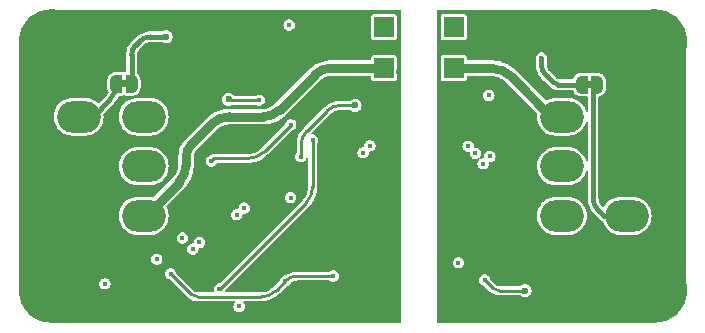
<source format=gbl>
%TF.GenerationSoftware,KiCad,Pcbnew,(7.0.0)*%
%TF.CreationDate,2023-04-14T14:14:43+01:00*%
%TF.ProjectId,CANRepIso,43414e52-6570-4497-936f-2e6b69636164,rev?*%
%TF.SameCoordinates,Original*%
%TF.FileFunction,Copper,L4,Bot*%
%TF.FilePolarity,Positive*%
%FSLAX46Y46*%
G04 Gerber Fmt 4.6, Leading zero omitted, Abs format (unit mm)*
G04 Created by KiCad (PCBNEW (7.0.0)) date 2023-04-14 14:14:43*
%MOMM*%
%LPD*%
G01*
G04 APERTURE LIST*
G04 Aperture macros list*
%AMRoundRect*
0 Rectangle with rounded corners*
0 $1 Rounding radius*
0 $2 $3 $4 $5 $6 $7 $8 $9 X,Y pos of 4 corners*
0 Add a 4 corners polygon primitive as box body*
4,1,4,$2,$3,$4,$5,$6,$7,$8,$9,$2,$3,0*
0 Add four circle primitives for the rounded corners*
1,1,$1+$1,$2,$3*
1,1,$1+$1,$4,$5*
1,1,$1+$1,$6,$7*
1,1,$1+$1,$8,$9*
0 Add four rect primitives between the rounded corners*
20,1,$1+$1,$2,$3,$4,$5,0*
20,1,$1+$1,$4,$5,$6,$7,0*
20,1,$1+$1,$6,$7,$8,$9,0*
20,1,$1+$1,$8,$9,$2,$3,0*%
%AMFreePoly0*
4,1,19,0.500000,-0.750000,0.000000,-0.750000,0.000000,-0.744911,-0.071157,-0.744911,-0.207708,-0.704816,-0.327430,-0.627875,-0.420627,-0.520320,-0.479746,-0.390866,-0.500000,-0.250000,-0.500000,0.250000,-0.479746,0.390866,-0.420627,0.520320,-0.327430,0.627875,-0.207708,0.704816,-0.071157,0.744911,0.000000,0.744911,0.000000,0.750000,0.500000,0.750000,0.500000,-0.750000,0.500000,-0.750000,
$1*%
%AMFreePoly1*
4,1,19,0.000000,0.744911,0.071157,0.744911,0.207708,0.704816,0.327430,0.627875,0.420627,0.520320,0.479746,0.390866,0.500000,0.250000,0.500000,-0.250000,0.479746,-0.390866,0.420627,-0.520320,0.327430,-0.627875,0.207708,-0.704816,0.071157,-0.744911,0.000000,-0.744911,0.000000,-0.750000,-0.500000,-0.750000,-0.500000,0.750000,0.000000,0.750000,0.000000,0.744911,0.000000,0.744911,
$1*%
G04 Aperture macros list end*
%TA.AperFunction,ComponentPad*%
%ADD10RoundRect,0.250001X-1.599999X1.099999X-1.599999X-1.099999X1.599999X-1.099999X1.599999X1.099999X0*%
%TD*%
%TA.AperFunction,ComponentPad*%
%ADD11O,3.700000X2.700000*%
%TD*%
%TA.AperFunction,ComponentPad*%
%ADD12RoundRect,0.250001X1.599999X-1.099999X1.599999X1.099999X-1.599999X1.099999X-1.599999X-1.099999X0*%
%TD*%
%TA.AperFunction,ComponentPad*%
%ADD13C,5.600000*%
%TD*%
%TA.AperFunction,ComponentPad*%
%ADD14R,1.700000X1.700000*%
%TD*%
%TA.AperFunction,SMDPad,CuDef*%
%ADD15FreePoly0,0.000000*%
%TD*%
%TA.AperFunction,SMDPad,CuDef*%
%ADD16FreePoly1,0.000000*%
%TD*%
%TA.AperFunction,ViaPad*%
%ADD17C,0.450000*%
%TD*%
%TA.AperFunction,ViaPad*%
%ADD18C,0.600000*%
%TD*%
%TA.AperFunction,Conductor*%
%ADD19C,0.400000*%
%TD*%
%TA.AperFunction,Conductor*%
%ADD20C,0.250000*%
%TD*%
%TA.AperFunction,Conductor*%
%ADD21C,0.240000*%
%TD*%
%TA.AperFunction,Conductor*%
%ADD22C,0.800000*%
%TD*%
G04 APERTURE END LIST*
%TO.C,JP4*%
G36*
X121369999Y-89820000D02*
G01*
X120869999Y-89820000D01*
X120869999Y-89220000D01*
X121369999Y-89220000D01*
X121369999Y-89820000D01*
G37*
%TO.C,JP3*%
G36*
X160779000Y-89880000D02*
G01*
X160279000Y-89880000D01*
X160279000Y-89280000D01*
X160779000Y-89280000D01*
X160779000Y-89880000D01*
G37*
%TD*%
D10*
%TO.P,RBUS2,1,Pin_1*%
%TO.N,GND1*%
X163700000Y-92300000D03*
D11*
%TO.P,RBUS2,2,Pin_2*%
X163699999Y-96499999D03*
%TO.P,RBUS2,3,Pin_3*%
%TO.N,/RBUS_uC_V2*%
X163699999Y-100699999D03*
%TO.P,RBUS2,4,Pin_4*%
%TO.N,/Deploy2*%
X158199999Y-92299999D03*
%TO.P,RBUS2,5,Pin_5*%
%TO.N,/CAN_OUT_+*%
X158199999Y-96499999D03*
%TO.P,RBUS2,6,Pin_6*%
%TO.N,/CAN_OUT_-*%
X158199999Y-100699999D03*
%TD*%
D12*
%TO.P,RBUS1,1,Pin_1*%
%TO.N,GND*%
X117300000Y-100700000D03*
D11*
%TO.P,RBUS1,2,Pin_2*%
X117299999Y-96499999D03*
%TO.P,RBUS1,3,Pin_3*%
%TO.N,/RBUS_uC_V1*%
X117299999Y-92299999D03*
%TO.P,RBUS1,4,Pin_4*%
%TO.N,/Deploy1*%
X122799999Y-100699999D03*
%TO.P,RBUS1,5,Pin_5*%
%TO.N,/CAN_IN_+*%
X122799999Y-96499999D03*
%TO.P,RBUS1,6,Pin_6*%
%TO.N,/CAN_IN_-*%
X122799999Y-92299999D03*
%TD*%
D13*
%TO.P,H3,1,1*%
%TO.N,GND1*%
X166000000Y-86000000D03*
%TD*%
D14*
%TO.P,TP7,1,1*%
%TO.N,+3V3*%
X143159999Y-84699999D03*
%TD*%
D13*
%TO.P,H1,1,1*%
%TO.N,GND*%
X115000000Y-86000000D03*
%TD*%
D14*
%TO.P,TP9,1,1*%
%TO.N,+3.3VA*%
X149039999Y-84709999D03*
%TD*%
D13*
%TO.P,H2,1,1*%
%TO.N,GND*%
X115000000Y-107000000D03*
%TD*%
%TO.P,H4,1,1*%
%TO.N,GND1*%
X166000000Y-107000000D03*
%TD*%
D14*
%TO.P,TP11,1,1*%
%TO.N,/Deploy1*%
X143129999Y-88193999D03*
%TD*%
%TO.P,TP12,1,1*%
%TO.N,/Deploy2*%
X149040999Y-88191999D03*
%TD*%
%TO.P,TP8,1,1*%
%TO.N,GND*%
X143243999Y-108254999D03*
%TD*%
%TO.P,TP10,1,1*%
%TO.N,GND1*%
X148978999Y-108227999D03*
%TD*%
D15*
%TO.P,JP4,1,A*%
%TO.N,/RBUS_uC_V1*%
X120469999Y-89520000D03*
D16*
%TO.P,JP4,2,B*%
%TO.N,+3V3*%
X121769999Y-89520000D03*
%TD*%
D15*
%TO.P,JP3,1,A*%
%TO.N,+3.3VA*%
X159879000Y-89580000D03*
D16*
%TO.P,JP3,2,B*%
%TO.N,/RBUS_uC_V2*%
X161179000Y-89580000D03*
%TD*%
D17*
%TO.N,GND1*%
X149900000Y-98100000D03*
X162400000Y-88600000D03*
%TO.N,GND*%
X137500000Y-86100000D03*
D18*
X127264000Y-90780000D03*
D17*
X129900000Y-96400000D03*
X132386000Y-108228000D03*
X134740000Y-95510000D03*
D18*
X131070000Y-88880000D03*
D17*
X137220000Y-90820000D03*
X134993981Y-83482435D03*
X144337873Y-85983857D03*
X112486459Y-95977431D03*
X140002674Y-109521398D03*
X136210000Y-99100000D03*
X126900000Y-104300000D03*
X137502674Y-109521398D03*
X129993981Y-83482435D03*
D18*
X129980000Y-86640000D03*
D17*
X112486459Y-98477431D03*
X117502674Y-109521398D03*
D18*
X133017000Y-97257000D03*
D17*
X122502674Y-109521398D03*
X112486459Y-93477431D03*
D18*
X127410000Y-86290000D03*
D17*
X124884000Y-106345000D03*
X127510000Y-106925000D03*
X142493981Y-83482435D03*
X144337873Y-100983857D03*
X132900000Y-84600000D03*
X135440000Y-95560000D03*
X141972000Y-96853000D03*
X132493981Y-83482435D03*
X129050000Y-103490000D03*
X125002674Y-109521398D03*
D18*
X128930000Y-88900000D03*
D17*
X139993981Y-83482435D03*
X112486459Y-88477431D03*
X144345989Y-88484670D03*
X127502674Y-109521398D03*
X127493981Y-83482435D03*
X129065000Y-99090001D03*
X144337873Y-105983858D03*
X135002674Y-109521398D03*
X128460000Y-102920000D03*
X119600000Y-105000000D03*
X124993981Y-83482435D03*
X144337873Y-83483857D03*
D18*
X137433000Y-103616000D03*
D17*
X144337873Y-108483858D03*
X129400000Y-108700000D03*
X142502674Y-109521398D03*
X144337873Y-103483858D03*
X112486459Y-100977431D03*
X112486459Y-90977431D03*
X130002674Y-109521398D03*
X132502674Y-109521398D03*
X124700000Y-87900000D03*
X122493981Y-83482435D03*
X119053000Y-87551000D03*
X129040000Y-100050000D03*
X133850000Y-104860000D03*
X123295000Y-106218000D03*
X117493981Y-83482435D03*
X120002674Y-109521398D03*
X137493981Y-83482435D03*
X120300000Y-104000000D03*
X144319454Y-90243736D03*
D18*
X131584000Y-99062000D03*
D17*
X119993981Y-83482435D03*
X112486459Y-103477432D03*
D18*
%TO.N,/Vref*%
X129980000Y-90845000D03*
D17*
X132570000Y-90905000D03*
%TO.N,+3V3*%
X135110000Y-84550000D03*
D18*
X124690000Y-85540000D03*
D17*
X126960000Y-103510000D03*
X141370000Y-95360000D03*
X141940000Y-94770000D03*
X135230000Y-99150000D03*
X119506800Y-106453201D03*
X123900000Y-104370000D03*
X126082500Y-102580000D03*
X127510000Y-102950000D03*
X130675000Y-100610001D03*
X131305000Y-100040001D03*
X130870000Y-108370000D03*
%TO.N,+3.3VA*%
X156472000Y-87327000D03*
X150270000Y-94800000D03*
X150890000Y-95410000D03*
X152015000Y-90500000D03*
X151540000Y-96290000D03*
X149440000Y-104670000D03*
X152110000Y-95670000D03*
%TO.N,GND1*%
X168514555Y-94495486D03*
X151400000Y-97700000D03*
X147824457Y-107052920D03*
X147824457Y-104552920D03*
X148400000Y-90200000D03*
X151003009Y-83481945D03*
X168514555Y-99495486D03*
X168514555Y-104495486D03*
X148503009Y-83481945D03*
X153100000Y-93800000D03*
X156003009Y-83481945D03*
X163503009Y-83481945D03*
X153503009Y-83481945D03*
X153000000Y-95600000D03*
X158503009Y-83481945D03*
X153499543Y-109516584D03*
X147824457Y-102052920D03*
X147824457Y-84552920D03*
X163499543Y-109516584D03*
D18*
X157359000Y-106058000D03*
D17*
X161003009Y-83481945D03*
X155999543Y-109516584D03*
D18*
X154337000Y-101649000D03*
D17*
X160999543Y-109516584D03*
X168514555Y-101995486D03*
D18*
X157354000Y-108163000D03*
D17*
X152700000Y-99900000D03*
X148499543Y-109516584D03*
X168514555Y-96995486D03*
X150231000Y-96923000D03*
X150999543Y-109516584D03*
X153600000Y-96700000D03*
X147824457Y-89552920D03*
X157381000Y-85000000D03*
X168514555Y-91995486D03*
D18*
X160962000Y-105177000D03*
D17*
X147827478Y-100646442D03*
X168514555Y-89495486D03*
X147824457Y-87052920D03*
D18*
X160320000Y-107009000D03*
D17*
X158499543Y-109516584D03*
X160081000Y-86400000D03*
%TO.N,/TX1*%
X128520000Y-96070000D03*
X135250000Y-92990000D03*
%TO.N,/RX2*%
X138850000Y-105790000D03*
X134800000Y-106210000D03*
X125070000Y-105600000D03*
D18*
%TO.N,/TX2*%
X140680000Y-91350000D03*
D17*
X136110000Y-95680000D03*
%TO.N,/Vref2*%
X151670000Y-106140000D03*
D18*
X155090000Y-107040000D03*
D17*
%TO.N,Net-(U1-2A)*%
X129210000Y-106900000D03*
X137090000Y-94280000D03*
%TD*%
D19*
%TO.N,+3.3VA*%
X156472000Y-87900000D02*
X156472000Y-87327000D01*
X157031962Y-88968038D02*
X156831265Y-88767341D01*
X159879000Y-89580000D02*
X157900000Y-89580000D01*
X156471999Y-87900000D02*
G75*
G03*
X156831265Y-88767341I1226601J0D01*
G01*
X157462851Y-89398927D02*
X157031962Y-88968038D01*
X157462856Y-89398922D02*
G75*
G03*
X157900000Y-89580000I437144J437122D01*
G01*
D20*
%TO.N,/Vref*%
X132570000Y-90905000D02*
X130040000Y-90905000D01*
X130040000Y-90905000D02*
X129980000Y-90845000D01*
D19*
%TO.N,+3V3*%
X121769999Y-89520000D02*
X121769999Y-87100332D01*
X122145000Y-86195000D02*
X122385000Y-85955000D01*
X123386898Y-85540000D02*
X124690000Y-85540000D01*
X122144990Y-86194990D02*
G75*
G03*
X121769999Y-87100332I905310J-905310D01*
G01*
X123386898Y-85540000D02*
G75*
G03*
X122385000Y-85955000I2J-1416900D01*
G01*
D21*
%TO.N,/TX1*%
X132924066Y-95315933D02*
X133029000Y-95211000D01*
X133029000Y-95211000D02*
X135250000Y-92990000D01*
X128520000Y-96070000D02*
X128760000Y-95830000D01*
X128760000Y-95830000D02*
X131683000Y-95830000D01*
X131683000Y-95830009D02*
G75*
G03*
X132924066Y-95315933I0J1755109D01*
G01*
%TO.N,/RX2*%
X125070000Y-105600000D02*
X126791000Y-107321000D01*
X133943560Y-107066439D02*
X134051500Y-106958500D01*
X134051500Y-106958500D02*
X134800000Y-106210000D01*
X127367997Y-107560000D02*
X132752000Y-107560000D01*
X135813969Y-105790000D02*
X138850000Y-105790000D01*
X126791001Y-107320999D02*
G75*
G03*
X127367997Y-107560000I576999J576999D01*
G01*
X132752000Y-107560005D02*
G75*
G03*
X133943560Y-107066439I0J1685105D01*
G01*
X135813969Y-105789988D02*
G75*
G03*
X134800000Y-106210000I31J-1434012D01*
G01*
%TO.N,/TX2*%
X136110000Y-95680000D02*
X136110000Y-94704000D01*
X136600732Y-93519268D02*
X138302000Y-91818000D01*
X139431851Y-91350000D02*
X140680000Y-91350000D01*
X139431851Y-91350022D02*
G75*
G03*
X138302000Y-91818000I-51J-1597778D01*
G01*
X136600725Y-93519261D02*
G75*
G03*
X136110000Y-94704000I1184775J-1184739D01*
G01*
D20*
%TO.N,/Vref2*%
X151670000Y-106140000D02*
X152360000Y-106830000D01*
X152866984Y-107040000D02*
X155090000Y-107040000D01*
X152360004Y-106829996D02*
G75*
G03*
X152866984Y-107040000I506996J506996D01*
G01*
D22*
%TO.N,/Deploy1*%
X126381000Y-95829000D02*
X126381000Y-96388000D01*
X137297500Y-88743500D02*
X134298271Y-91742729D01*
X122951000Y-100700000D02*
X122800000Y-100700000D01*
X132936000Y-92307000D02*
X130058632Y-92307000D01*
X125757332Y-97893668D02*
X122951000Y-100700000D01*
X128507500Y-92949500D02*
X126913452Y-94543548D01*
X143158000Y-88194000D02*
X138624110Y-88194000D01*
X125757324Y-97893660D02*
G75*
G03*
X126381000Y-96388000I-1505624J1505660D01*
G01*
X138624110Y-88194005D02*
G75*
G03*
X137297501Y-88743501I-10J-1876095D01*
G01*
X132936000Y-92307012D02*
G75*
G03*
X134298271Y-91742729I0J1926512D01*
G01*
X126913453Y-94543549D02*
G75*
G03*
X126381000Y-95829000I1285447J-1285451D01*
G01*
X130058632Y-92307014D02*
G75*
G03*
X128507500Y-92949500I-32J-2193586D01*
G01*
%TO.N,/Deploy2*%
X152171968Y-88192000D02*
X149041000Y-88192000D01*
X158200000Y-92300000D02*
X157318000Y-92300000D01*
X157318000Y-92300000D02*
X153944000Y-88926000D01*
X153944010Y-88925990D02*
G75*
G03*
X152171968Y-88192000I-1772010J-1772010D01*
G01*
D21*
%TO.N,Net-(U1-2A)*%
X137090000Y-94280000D02*
X137090000Y-98265000D01*
X136527850Y-99622150D02*
X129250000Y-106900000D01*
X129250000Y-106900000D02*
X129210000Y-106900000D01*
X136527850Y-99622150D02*
G75*
G03*
X137090000Y-98265000I-1357150J1357150D01*
G01*
D19*
%TO.N,/RBUS_uC_V1*%
X117300000Y-92300000D02*
X118500000Y-92300000D01*
X118500000Y-92300000D02*
X119897241Y-90902759D01*
X119897238Y-90902756D02*
G75*
G03*
X120469999Y-89520000I-1382738J1382756D01*
G01*
%TO.N,/RBUS_uC_V2*%
X163700000Y-100700000D02*
X161804000Y-100700000D01*
X160840000Y-89919000D02*
X161179000Y-89580000D01*
X161804000Y-100700000D02*
X161201000Y-100097000D01*
X160840000Y-99225469D02*
X160840000Y-89919000D01*
X160840013Y-99225469D02*
G75*
G03*
X161201000Y-100097000I1232487J-31D01*
G01*
%TD*%
%TA.AperFunction,Conductor*%
%TO.N,GND1*%
G36*
X166002065Y-83254615D02*
G01*
X166303262Y-83271530D01*
X166311496Y-83272459D01*
X166606839Y-83322639D01*
X166614907Y-83324480D01*
X166902798Y-83407420D01*
X166910611Y-83410154D01*
X167048592Y-83467308D01*
X167187394Y-83524802D01*
X167194857Y-83528396D01*
X167457070Y-83673316D01*
X167464066Y-83677711D01*
X167708419Y-83851090D01*
X167714873Y-83856236D01*
X167938268Y-84055873D01*
X167944126Y-84061731D01*
X168143761Y-84285124D01*
X168148911Y-84291582D01*
X168322285Y-84535929D01*
X168326686Y-84542934D01*
X168471597Y-84805129D01*
X168475197Y-84812605D01*
X168589841Y-85089378D01*
X168592582Y-85097211D01*
X168675516Y-85385081D01*
X168677362Y-85393172D01*
X168727539Y-85688497D01*
X168728469Y-85696743D01*
X168745384Y-85997934D01*
X168745500Y-86002083D01*
X168745500Y-106997917D01*
X168745384Y-107002066D01*
X168728469Y-107303256D01*
X168727539Y-107311502D01*
X168677362Y-107606827D01*
X168675516Y-107614918D01*
X168592582Y-107902788D01*
X168589841Y-107910621D01*
X168475197Y-108187394D01*
X168471597Y-108194870D01*
X168326693Y-108457054D01*
X168322279Y-108464078D01*
X168148917Y-108708408D01*
X168143754Y-108714883D01*
X168090067Y-108774960D01*
X167944131Y-108938263D01*
X167938263Y-108944131D01*
X167714883Y-109143754D01*
X167708408Y-109148917D01*
X167464081Y-109322278D01*
X167457054Y-109326693D01*
X167194870Y-109471597D01*
X167187394Y-109475197D01*
X166910621Y-109589841D01*
X166902788Y-109592582D01*
X166614918Y-109675516D01*
X166606827Y-109677362D01*
X166311502Y-109727539D01*
X166303256Y-109728469D01*
X166002066Y-109745384D01*
X165997917Y-109745500D01*
X147674000Y-109745500D01*
X147637000Y-109735586D01*
X147609914Y-109708500D01*
X147600000Y-109671500D01*
X147600000Y-106140000D01*
X151185569Y-106140000D01*
X151205192Y-106276480D01*
X151262471Y-106401903D01*
X151265932Y-106405898D01*
X151265934Y-106405900D01*
X151349299Y-106502109D01*
X151352765Y-106506109D01*
X151468760Y-106580654D01*
X151599567Y-106619062D01*
X151631045Y-106637739D01*
X152113886Y-107120580D01*
X152113904Y-107120592D01*
X152113935Y-107120621D01*
X152152676Y-107159362D01*
X152292302Y-107260807D01*
X152294893Y-107262127D01*
X152294896Y-107262129D01*
X152443492Y-107337844D01*
X152446079Y-107339162D01*
X152610219Y-107392497D01*
X152780682Y-107419499D01*
X152803651Y-107419499D01*
X152803655Y-107419499D01*
X152803657Y-107419500D01*
X152803663Y-107419500D01*
X152866976Y-107419500D01*
X152921539Y-107419501D01*
X152921542Y-107419500D01*
X154648795Y-107419500D01*
X154677114Y-107425133D01*
X154693869Y-107436328D01*
X154694526Y-107435474D01*
X154810357Y-107524355D01*
X154945246Y-107580228D01*
X155090000Y-107599285D01*
X155234754Y-107580228D01*
X155369643Y-107524355D01*
X155485474Y-107435474D01*
X155574355Y-107319643D01*
X155630228Y-107184754D01*
X155649285Y-107040000D01*
X155630228Y-106895246D01*
X155574355Y-106760358D01*
X155540816Y-106716649D01*
X155488428Y-106648375D01*
X155488425Y-106648372D01*
X155485474Y-106644526D01*
X155369643Y-106555645D01*
X155342593Y-106544440D01*
X155239231Y-106501626D01*
X155239227Y-106501625D01*
X155234754Y-106499772D01*
X155229950Y-106499139D01*
X155229948Y-106499139D01*
X155094808Y-106481348D01*
X155090000Y-106480715D01*
X155085192Y-106481348D01*
X154950051Y-106499139D01*
X154950047Y-106499139D01*
X154945246Y-106499772D01*
X154940773Y-106501624D01*
X154940768Y-106501626D01*
X154814837Y-106553789D01*
X154814832Y-106553791D01*
X154810358Y-106555645D01*
X154806513Y-106558594D01*
X154806510Y-106558597D01*
X154694526Y-106644526D01*
X154693870Y-106643671D01*
X154677115Y-106654867D01*
X154648796Y-106660500D01*
X152871844Y-106660500D01*
X152862185Y-106659867D01*
X152847734Y-106657964D01*
X152789303Y-106650270D01*
X152770645Y-106645270D01*
X152707245Y-106619008D01*
X152690520Y-106609352D01*
X152632158Y-106564570D01*
X152624889Y-106558195D01*
X152163070Y-106096376D01*
X152142149Y-106054581D01*
X152135561Y-106008760D01*
X152134808Y-106003520D01*
X152077529Y-105878097D01*
X151987235Y-105773891D01*
X151871240Y-105699346D01*
X151866167Y-105697856D01*
X151866164Y-105697855D01*
X151744017Y-105661990D01*
X151744016Y-105661989D01*
X151738942Y-105660500D01*
X151601058Y-105660500D01*
X151595984Y-105661989D01*
X151595982Y-105661990D01*
X151473835Y-105697855D01*
X151473829Y-105697857D01*
X151468760Y-105699346D01*
X151464311Y-105702204D01*
X151464309Y-105702206D01*
X151357217Y-105771029D01*
X151357213Y-105771032D01*
X151352765Y-105773891D01*
X151349302Y-105777886D01*
X151349299Y-105777890D01*
X151265934Y-105874099D01*
X151265930Y-105874104D01*
X151262471Y-105878097D01*
X151205192Y-106003520D01*
X151204439Y-106008756D01*
X151204438Y-106008760D01*
X151197850Y-106054581D01*
X151185569Y-106140000D01*
X147600000Y-106140000D01*
X147600000Y-104670000D01*
X148955569Y-104670000D01*
X148975192Y-104806480D01*
X149032471Y-104931903D01*
X149122765Y-105036109D01*
X149238760Y-105110654D01*
X149371058Y-105149500D01*
X149503650Y-105149500D01*
X149508942Y-105149500D01*
X149641240Y-105110654D01*
X149757235Y-105036109D01*
X149847529Y-104931903D01*
X149904808Y-104806480D01*
X149924431Y-104670000D01*
X149904808Y-104533520D01*
X149847529Y-104408097D01*
X149757235Y-104303891D01*
X149641240Y-104229346D01*
X149636167Y-104227856D01*
X149636164Y-104227855D01*
X149514017Y-104191990D01*
X149514016Y-104191989D01*
X149508942Y-104190500D01*
X149371058Y-104190500D01*
X149365984Y-104191989D01*
X149365982Y-104191990D01*
X149243835Y-104227855D01*
X149243829Y-104227857D01*
X149238760Y-104229346D01*
X149234311Y-104232204D01*
X149234309Y-104232206D01*
X149127217Y-104301029D01*
X149127213Y-104301032D01*
X149122765Y-104303891D01*
X149119302Y-104307886D01*
X149119299Y-104307890D01*
X149035934Y-104404099D01*
X149035930Y-104404104D01*
X149032471Y-104408097D01*
X148975192Y-104533520D01*
X148974439Y-104538756D01*
X148974438Y-104538760D01*
X148957127Y-104659158D01*
X148955569Y-104670000D01*
X147600000Y-104670000D01*
X147600000Y-100700000D01*
X156090539Y-100700000D01*
X156110354Y-100951775D01*
X156169312Y-101197351D01*
X156170425Y-101200038D01*
X156264847Y-101427995D01*
X156264851Y-101428003D01*
X156265960Y-101430680D01*
X156397919Y-101646017D01*
X156561939Y-101838061D01*
X156753983Y-102002081D01*
X156969320Y-102134040D01*
X156972001Y-102135150D01*
X156972004Y-102135152D01*
X157039728Y-102163204D01*
X157202649Y-102230688D01*
X157448225Y-102289646D01*
X157636964Y-102304500D01*
X158761584Y-102304500D01*
X158763036Y-102304500D01*
X158951775Y-102289646D01*
X159197351Y-102230688D01*
X159430680Y-102134040D01*
X159646017Y-102002081D01*
X159838061Y-101838061D01*
X160002081Y-101646017D01*
X160134040Y-101430680D01*
X160230688Y-101197351D01*
X160289646Y-100951775D01*
X160309461Y-100700000D01*
X160289646Y-100448225D01*
X160230688Y-100202649D01*
X160148649Y-100004589D01*
X160135152Y-99972004D01*
X160135150Y-99972001D01*
X160134040Y-99969320D01*
X160002081Y-99753983D01*
X159838061Y-99561939D01*
X159646017Y-99397919D01*
X159643532Y-99396396D01*
X159643529Y-99396394D01*
X159433159Y-99267479D01*
X159433157Y-99267478D01*
X159430680Y-99265960D01*
X159428003Y-99264851D01*
X159427995Y-99264847D01*
X159200038Y-99170425D01*
X159197351Y-99169312D01*
X159182139Y-99165660D01*
X158954599Y-99111032D01*
X158951775Y-99110354D01*
X158948885Y-99110126D01*
X158948882Y-99110126D01*
X158764482Y-99095613D01*
X158764461Y-99095612D01*
X158763036Y-99095500D01*
X157636964Y-99095500D01*
X157635539Y-99095612D01*
X157635517Y-99095613D01*
X157451117Y-99110126D01*
X157451112Y-99110126D01*
X157448225Y-99110354D01*
X157445402Y-99111031D01*
X157445400Y-99111032D01*
X157205480Y-99168632D01*
X157205476Y-99168633D01*
X157202649Y-99169312D01*
X157199965Y-99170423D01*
X157199961Y-99170425D01*
X156972004Y-99264847D01*
X156971990Y-99264853D01*
X156969320Y-99265960D01*
X156966847Y-99267475D01*
X156966840Y-99267479D01*
X156756470Y-99396394D01*
X156756461Y-99396400D01*
X156753983Y-99397919D01*
X156751767Y-99399811D01*
X156751765Y-99399813D01*
X156564152Y-99560048D01*
X156564145Y-99560054D01*
X156561939Y-99561939D01*
X156560054Y-99564145D01*
X156560048Y-99564152D01*
X156399813Y-99751765D01*
X156397919Y-99753983D01*
X156396400Y-99756461D01*
X156396394Y-99756470D01*
X156267479Y-99966840D01*
X156267475Y-99966847D01*
X156265960Y-99969320D01*
X156264853Y-99971990D01*
X156264847Y-99972004D01*
X156184218Y-100166662D01*
X156169312Y-100202649D01*
X156168633Y-100205476D01*
X156168632Y-100205480D01*
X156135878Y-100341909D01*
X156110354Y-100448225D01*
X156110126Y-100451112D01*
X156110126Y-100451117D01*
X156090891Y-100695522D01*
X156090539Y-100700000D01*
X147600000Y-100700000D01*
X147600000Y-94800000D01*
X149785569Y-94800000D01*
X149786322Y-94805237D01*
X149801435Y-94910354D01*
X149805192Y-94936480D01*
X149862471Y-95061903D01*
X149865932Y-95065898D01*
X149865934Y-95065900D01*
X149949299Y-95162109D01*
X149952765Y-95166109D01*
X150068760Y-95240654D01*
X150201058Y-95279500D01*
X150206350Y-95279500D01*
X150338931Y-95279500D01*
X150378938Y-95291247D01*
X150406244Y-95322759D01*
X150412178Y-95364031D01*
X150405569Y-95410000D01*
X150406322Y-95415237D01*
X150423328Y-95533520D01*
X150425192Y-95546480D01*
X150482471Y-95671903D01*
X150572765Y-95776109D01*
X150688760Y-95850654D01*
X150821058Y-95889500D01*
X150953650Y-95889500D01*
X150958942Y-95889500D01*
X151091240Y-95850654D01*
X151098277Y-95846131D01*
X151138283Y-95834382D01*
X151178292Y-95846127D01*
X151205599Y-95877639D01*
X151211534Y-95918912D01*
X151194213Y-95956841D01*
X151135935Y-96024099D01*
X151132471Y-96028097D01*
X151130275Y-96032905D01*
X151130274Y-96032907D01*
X151077709Y-96148009D01*
X151075192Y-96153520D01*
X151074439Y-96158756D01*
X151074438Y-96158760D01*
X151057127Y-96279158D01*
X151055569Y-96290000D01*
X151075192Y-96426480D01*
X151132471Y-96551903D01*
X151222765Y-96656109D01*
X151338760Y-96730654D01*
X151471058Y-96769500D01*
X151603650Y-96769500D01*
X151608942Y-96769500D01*
X151741240Y-96730654D01*
X151857235Y-96656109D01*
X151947529Y-96551903D01*
X152004808Y-96426480D01*
X152024431Y-96290000D01*
X152022722Y-96278115D01*
X152016384Y-96234031D01*
X152022318Y-96192759D01*
X152049624Y-96161247D01*
X152089631Y-96149500D01*
X152173650Y-96149500D01*
X152178942Y-96149500D01*
X152311240Y-96110654D01*
X152427235Y-96036109D01*
X152517529Y-95931903D01*
X152574808Y-95806480D01*
X152594431Y-95670000D01*
X152574808Y-95533520D01*
X152517529Y-95408097D01*
X152427235Y-95303891D01*
X152407560Y-95291247D01*
X152315690Y-95232206D01*
X152311240Y-95229346D01*
X152306167Y-95227856D01*
X152306164Y-95227855D01*
X152184017Y-95191990D01*
X152184016Y-95191989D01*
X152178942Y-95190500D01*
X152041058Y-95190500D01*
X152035984Y-95191989D01*
X152035982Y-95191990D01*
X151913835Y-95227855D01*
X151913829Y-95227857D01*
X151908760Y-95229346D01*
X151904311Y-95232204D01*
X151904309Y-95232206D01*
X151797217Y-95301029D01*
X151797213Y-95301032D01*
X151792765Y-95303891D01*
X151789302Y-95307886D01*
X151789299Y-95307890D01*
X151705934Y-95404099D01*
X151705930Y-95404104D01*
X151702471Y-95408097D01*
X151645192Y-95533520D01*
X151644439Y-95538756D01*
X151644438Y-95538760D01*
X151641892Y-95556470D01*
X151625569Y-95670000D01*
X151626322Y-95675237D01*
X151633616Y-95725969D01*
X151627682Y-95767241D01*
X151600376Y-95798753D01*
X151560369Y-95810500D01*
X151471058Y-95810500D01*
X151465984Y-95811989D01*
X151465982Y-95811990D01*
X151343835Y-95847855D01*
X151343829Y-95847857D01*
X151338760Y-95849346D01*
X151334313Y-95852203D01*
X151334306Y-95852207D01*
X151331713Y-95853874D01*
X151291706Y-95865617D01*
X151251701Y-95853867D01*
X151224398Y-95822355D01*
X151218465Y-95781084D01*
X151235786Y-95743158D01*
X151297529Y-95671903D01*
X151354808Y-95546480D01*
X151374431Y-95410000D01*
X151354808Y-95273520D01*
X151297529Y-95148097D01*
X151207235Y-95043891D01*
X151091240Y-94969346D01*
X151086167Y-94967856D01*
X151086164Y-94967855D01*
X150964017Y-94931990D01*
X150964016Y-94931989D01*
X150958942Y-94930500D01*
X150821069Y-94930500D01*
X150781062Y-94918753D01*
X150753756Y-94887241D01*
X150747822Y-94845969D01*
X150753678Y-94805238D01*
X150753678Y-94805237D01*
X150754431Y-94800000D01*
X150734808Y-94663520D01*
X150677529Y-94538097D01*
X150587235Y-94433891D01*
X150471240Y-94359346D01*
X150466167Y-94357856D01*
X150466164Y-94357855D01*
X150344017Y-94321990D01*
X150344016Y-94321989D01*
X150338942Y-94320500D01*
X150201058Y-94320500D01*
X150195984Y-94321989D01*
X150195982Y-94321990D01*
X150073835Y-94357855D01*
X150073829Y-94357857D01*
X150068760Y-94359346D01*
X150064311Y-94362204D01*
X150064309Y-94362206D01*
X149957217Y-94431029D01*
X149957213Y-94431032D01*
X149952765Y-94433891D01*
X149949302Y-94437886D01*
X149949299Y-94437890D01*
X149865934Y-94534099D01*
X149865930Y-94534104D01*
X149862471Y-94538097D01*
X149805192Y-94663520D01*
X149804439Y-94668756D01*
X149804438Y-94668760D01*
X149787127Y-94789158D01*
X149785569Y-94800000D01*
X147600000Y-94800000D01*
X147600000Y-90500000D01*
X151530569Y-90500000D01*
X151531322Y-90505237D01*
X151544860Y-90599400D01*
X151550192Y-90636480D01*
X151607471Y-90761903D01*
X151610932Y-90765898D01*
X151610934Y-90765900D01*
X151614855Y-90770425D01*
X151697765Y-90866109D01*
X151813760Y-90940654D01*
X151946058Y-90979500D01*
X152078650Y-90979500D01*
X152083942Y-90979500D01*
X152216240Y-90940654D01*
X152332235Y-90866109D01*
X152422529Y-90761903D01*
X152479808Y-90636480D01*
X152499431Y-90500000D01*
X152479808Y-90363520D01*
X152422529Y-90238097D01*
X152400880Y-90213113D01*
X152335700Y-90137890D01*
X152332235Y-90133891D01*
X152216240Y-90059346D01*
X152211167Y-90057856D01*
X152211164Y-90057855D01*
X152089017Y-90021990D01*
X152089016Y-90021989D01*
X152083942Y-90020500D01*
X151946058Y-90020500D01*
X151940984Y-90021989D01*
X151940982Y-90021990D01*
X151818835Y-90057855D01*
X151818829Y-90057857D01*
X151813760Y-90059346D01*
X151809311Y-90062204D01*
X151809309Y-90062206D01*
X151702217Y-90131029D01*
X151702213Y-90131032D01*
X151697765Y-90133891D01*
X151694302Y-90137886D01*
X151694299Y-90137890D01*
X151610934Y-90234099D01*
X151610930Y-90234104D01*
X151607471Y-90238097D01*
X151550192Y-90363520D01*
X151549439Y-90368756D01*
X151549438Y-90368760D01*
X151540420Y-90431484D01*
X151530569Y-90500000D01*
X147600000Y-90500000D01*
X147600000Y-89063434D01*
X147936500Y-89063434D01*
X147936501Y-89067066D01*
X147937210Y-89070632D01*
X147937211Y-89070639D01*
X147941967Y-89094550D01*
X147951266Y-89141301D01*
X148007516Y-89225484D01*
X148091699Y-89281734D01*
X148165933Y-89296500D01*
X149916066Y-89296499D01*
X149990301Y-89281734D01*
X150074484Y-89225484D01*
X150130734Y-89141301D01*
X150145500Y-89067067D01*
X150145500Y-88920500D01*
X150155414Y-88883500D01*
X150182500Y-88856414D01*
X150219500Y-88846500D01*
X152098228Y-88846500D01*
X152098232Y-88846501D01*
X152169548Y-88846500D01*
X152174387Y-88846658D01*
X152408815Y-88862020D01*
X152418411Y-88863284D01*
X152646435Y-88908638D01*
X152655773Y-88911140D01*
X152875935Y-88985874D01*
X152884875Y-88989577D01*
X153093393Y-89092405D01*
X153101776Y-89097245D01*
X153295085Y-89226409D01*
X153302765Y-89232302D01*
X153479232Y-89387059D01*
X153482766Y-89390369D01*
X156088439Y-91996042D01*
X156105539Y-92022755D01*
X156109885Y-92054174D01*
X156090827Y-92296333D01*
X156090539Y-92300000D01*
X156110354Y-92551775D01*
X156111032Y-92554599D01*
X156148297Y-92709820D01*
X156169312Y-92797351D01*
X156170425Y-92800038D01*
X156264847Y-93027995D01*
X156264851Y-93028003D01*
X156265960Y-93030680D01*
X156397919Y-93246017D01*
X156561939Y-93438061D01*
X156753983Y-93602081D01*
X156969320Y-93734040D01*
X156972001Y-93735150D01*
X156972004Y-93735152D01*
X157039728Y-93763204D01*
X157202649Y-93830688D01*
X157448225Y-93889646D01*
X157636964Y-93904500D01*
X158761584Y-93904500D01*
X158763036Y-93904500D01*
X158951775Y-93889646D01*
X159197351Y-93830688D01*
X159430680Y-93734040D01*
X159646017Y-93602081D01*
X159838061Y-93438061D01*
X160002081Y-93246017D01*
X160134040Y-93030680D01*
X160230688Y-92797351D01*
X160239545Y-92760458D01*
X160260844Y-92723790D01*
X160298777Y-92704836D01*
X160340889Y-92709820D01*
X160373350Y-92737106D01*
X160385500Y-92777734D01*
X160385500Y-96022266D01*
X160373350Y-96062894D01*
X160340889Y-96090180D01*
X160298777Y-96095164D01*
X160260844Y-96076210D01*
X160239545Y-96039541D01*
X160237761Y-96032109D01*
X160230688Y-96002649D01*
X160160990Y-95834382D01*
X160135152Y-95772004D01*
X160135150Y-95772001D01*
X160134040Y-95769320D01*
X160002081Y-95553983D01*
X159838061Y-95361939D01*
X159646017Y-95197919D01*
X159643532Y-95196396D01*
X159643529Y-95196394D01*
X159433159Y-95067479D01*
X159433157Y-95067478D01*
X159430680Y-95065960D01*
X159428003Y-95064851D01*
X159427995Y-95064847D01*
X159200038Y-94970425D01*
X159197351Y-94969312D01*
X159191282Y-94967855D01*
X158954599Y-94911032D01*
X158951775Y-94910354D01*
X158948885Y-94910126D01*
X158948882Y-94910126D01*
X158764482Y-94895613D01*
X158764461Y-94895612D01*
X158763036Y-94895500D01*
X157636964Y-94895500D01*
X157635539Y-94895612D01*
X157635517Y-94895613D01*
X157451117Y-94910126D01*
X157451112Y-94910126D01*
X157448225Y-94910354D01*
X157445402Y-94911031D01*
X157445400Y-94911032D01*
X157205480Y-94968632D01*
X157205476Y-94968633D01*
X157202649Y-94969312D01*
X157199965Y-94970423D01*
X157199961Y-94970425D01*
X156972004Y-95064847D01*
X156971990Y-95064853D01*
X156969320Y-95065960D01*
X156966847Y-95067475D01*
X156966840Y-95067479D01*
X156756470Y-95196394D01*
X156756461Y-95196400D01*
X156753983Y-95197919D01*
X156751767Y-95199811D01*
X156751765Y-95199813D01*
X156564152Y-95360048D01*
X156564145Y-95360054D01*
X156561939Y-95361939D01*
X156560054Y-95364145D01*
X156560048Y-95364152D01*
X156399813Y-95551765D01*
X156397919Y-95553983D01*
X156396400Y-95556461D01*
X156396394Y-95556470D01*
X156267479Y-95766840D01*
X156267475Y-95766847D01*
X156265960Y-95769320D01*
X156264853Y-95771990D01*
X156264847Y-95772004D01*
X156196960Y-95935900D01*
X156169312Y-96002649D01*
X156168633Y-96005476D01*
X156168632Y-96005480D01*
X156111032Y-96245400D01*
X156110354Y-96248225D01*
X156110126Y-96251112D01*
X156110126Y-96251117D01*
X156096325Y-96426480D01*
X156090539Y-96500000D01*
X156090767Y-96502897D01*
X156108691Y-96730654D01*
X156110354Y-96751775D01*
X156111032Y-96754599D01*
X156148297Y-96909820D01*
X156169312Y-96997351D01*
X156170425Y-97000038D01*
X156264847Y-97227995D01*
X156264851Y-97228003D01*
X156265960Y-97230680D01*
X156397919Y-97446017D01*
X156561939Y-97638061D01*
X156753983Y-97802081D01*
X156969320Y-97934040D01*
X156972001Y-97935150D01*
X156972004Y-97935152D01*
X157039728Y-97963204D01*
X157202649Y-98030688D01*
X157448225Y-98089646D01*
X157636964Y-98104500D01*
X158761584Y-98104500D01*
X158763036Y-98104500D01*
X158951775Y-98089646D01*
X159197351Y-98030688D01*
X159430680Y-97934040D01*
X159646017Y-97802081D01*
X159838061Y-97638061D01*
X160002081Y-97446017D01*
X160134040Y-97230680D01*
X160230688Y-96997351D01*
X160239545Y-96960458D01*
X160260844Y-96923790D01*
X160298777Y-96904836D01*
X160340889Y-96909820D01*
X160373350Y-96937106D01*
X160385500Y-96977734D01*
X160385500Y-99259531D01*
X160385507Y-99259578D01*
X160385511Y-99259692D01*
X160385510Y-99333602D01*
X160385510Y-99336032D01*
X160385826Y-99338439D01*
X160385827Y-99338441D01*
X160393905Y-99399813D01*
X160414371Y-99555290D01*
X160414996Y-99557624D01*
X160414998Y-99557632D01*
X160416152Y-99561939D01*
X160471605Y-99768904D01*
X160472528Y-99771133D01*
X160472531Y-99771141D01*
X160555302Y-99970974D01*
X160555306Y-99970982D01*
X160556233Y-99973220D01*
X160557446Y-99975321D01*
X160557448Y-99975325D01*
X160615565Y-100075988D01*
X160666806Y-100164742D01*
X160801432Y-100340192D01*
X160879620Y-100418380D01*
X160921930Y-100460691D01*
X160921932Y-100460692D01*
X161461626Y-101000386D01*
X161467155Y-101006574D01*
X161487906Y-101032595D01*
X161487910Y-101032599D01*
X161491369Y-101036936D01*
X161495953Y-101040061D01*
X161539810Y-101069962D01*
X161542068Y-101071564D01*
X161589227Y-101106369D01*
X161594466Y-101108202D01*
X161597157Y-101109624D01*
X161597203Y-101109651D01*
X161597218Y-101109658D01*
X161599993Y-101110994D01*
X161604572Y-101114116D01*
X161612303Y-101116500D01*
X161612609Y-101116595D01*
X161644760Y-101136671D01*
X161662753Y-101170032D01*
X161669312Y-101197351D01*
X161670425Y-101200038D01*
X161764847Y-101427995D01*
X161764851Y-101428003D01*
X161765960Y-101430680D01*
X161897919Y-101646017D01*
X162061939Y-101838061D01*
X162253983Y-102002081D01*
X162469320Y-102134040D01*
X162472001Y-102135150D01*
X162472004Y-102135152D01*
X162539728Y-102163204D01*
X162702649Y-102230688D01*
X162948225Y-102289646D01*
X163136964Y-102304500D01*
X164261584Y-102304500D01*
X164263036Y-102304500D01*
X164451775Y-102289646D01*
X164697351Y-102230688D01*
X164930680Y-102134040D01*
X165146017Y-102002081D01*
X165338061Y-101838061D01*
X165502081Y-101646017D01*
X165634040Y-101430680D01*
X165730688Y-101197351D01*
X165789646Y-100951775D01*
X165809461Y-100700000D01*
X165789646Y-100448225D01*
X165730688Y-100202649D01*
X165648649Y-100004589D01*
X165635152Y-99972004D01*
X165635150Y-99972001D01*
X165634040Y-99969320D01*
X165502081Y-99753983D01*
X165338061Y-99561939D01*
X165146017Y-99397919D01*
X165143532Y-99396396D01*
X165143529Y-99396394D01*
X164933159Y-99267479D01*
X164933157Y-99267478D01*
X164930680Y-99265960D01*
X164928003Y-99264851D01*
X164927995Y-99264847D01*
X164700038Y-99170425D01*
X164697351Y-99169312D01*
X164682139Y-99165660D01*
X164454599Y-99111032D01*
X164451775Y-99110354D01*
X164448885Y-99110126D01*
X164448882Y-99110126D01*
X164264482Y-99095613D01*
X164264461Y-99095612D01*
X164263036Y-99095500D01*
X163136964Y-99095500D01*
X163135539Y-99095612D01*
X163135517Y-99095613D01*
X162951117Y-99110126D01*
X162951112Y-99110126D01*
X162948225Y-99110354D01*
X162945402Y-99111031D01*
X162945400Y-99111032D01*
X162705480Y-99168632D01*
X162705476Y-99168633D01*
X162702649Y-99169312D01*
X162699965Y-99170423D01*
X162699961Y-99170425D01*
X162472004Y-99264847D01*
X162471990Y-99264853D01*
X162469320Y-99265960D01*
X162466847Y-99267475D01*
X162466840Y-99267479D01*
X162256470Y-99396394D01*
X162256461Y-99396400D01*
X162253983Y-99397919D01*
X162251767Y-99399811D01*
X162251765Y-99399813D01*
X162064152Y-99560048D01*
X162064145Y-99560054D01*
X162061939Y-99561939D01*
X162060054Y-99564145D01*
X162060048Y-99564152D01*
X161899813Y-99751765D01*
X161897919Y-99753983D01*
X161896400Y-99756461D01*
X161896394Y-99756470D01*
X161796054Y-99920211D01*
X161763057Y-99949148D01*
X161719474Y-99954307D01*
X161680633Y-99933872D01*
X161524945Y-99778184D01*
X161520068Y-99772803D01*
X161430247Y-99663354D01*
X161422188Y-99651292D01*
X161357163Y-99529636D01*
X161351617Y-99516249D01*
X161311572Y-99384231D01*
X161308745Y-99370015D01*
X161294856Y-99228963D01*
X161294500Y-99221709D01*
X161294502Y-99165644D01*
X161294500Y-99165637D01*
X161294500Y-90643031D01*
X161309260Y-90598684D01*
X161347650Y-90572028D01*
X161461949Y-90538468D01*
X161529132Y-90507787D01*
X161650086Y-90430055D01*
X161705906Y-90381687D01*
X161800060Y-90273026D01*
X161839988Y-90210895D01*
X161899716Y-90080110D01*
X161920525Y-90009244D01*
X161940987Y-89866929D01*
X161940987Y-89793071D01*
X161939239Y-89780913D01*
X161938486Y-89770382D01*
X161938486Y-89389618D01*
X161939239Y-89379087D01*
X161940610Y-89369549D01*
X161940987Y-89366929D01*
X161940987Y-89293071D01*
X161920525Y-89150756D01*
X161899716Y-89079890D01*
X161893859Y-89067066D01*
X161868952Y-89012526D01*
X161839988Y-88949105D01*
X161800060Y-88886974D01*
X161705906Y-88778313D01*
X161703919Y-88776591D01*
X161652081Y-88731673D01*
X161652075Y-88731668D01*
X161650086Y-88729945D01*
X161647861Y-88728515D01*
X161531361Y-88653645D01*
X161531355Y-88653642D01*
X161529132Y-88652213D01*
X161526725Y-88651114D01*
X161526720Y-88651111D01*
X161464348Y-88622627D01*
X161464341Y-88622624D01*
X161461949Y-88621532D01*
X161459425Y-88620790D01*
X161459420Y-88620789D01*
X161326521Y-88581767D01*
X161323994Y-88581025D01*
X161321393Y-88580651D01*
X161321384Y-88580649D01*
X161253509Y-88570890D01*
X161253499Y-88570889D01*
X161250889Y-88570514D01*
X160679000Y-88570514D01*
X160675432Y-88571223D01*
X160675429Y-88571224D01*
X160586845Y-88588844D01*
X160586842Y-88588845D01*
X160579699Y-88590266D01*
X160573645Y-88594311D01*
X160573638Y-88594314D01*
X160570109Y-88596673D01*
X160529000Y-88609142D01*
X160487891Y-88596673D01*
X160484361Y-88594314D01*
X160484356Y-88594312D01*
X160478301Y-88590266D01*
X160471155Y-88588844D01*
X160471154Y-88588844D01*
X160382570Y-88571224D01*
X160382568Y-88571223D01*
X160379000Y-88570514D01*
X159807111Y-88570514D01*
X159804501Y-88570889D01*
X159804490Y-88570890D01*
X159736615Y-88580649D01*
X159736603Y-88580651D01*
X159734006Y-88581025D01*
X159731481Y-88581766D01*
X159731478Y-88581767D01*
X159598579Y-88620789D01*
X159598569Y-88620792D01*
X159596051Y-88621532D01*
X159593663Y-88622622D01*
X159593651Y-88622627D01*
X159531279Y-88651111D01*
X159531268Y-88651116D01*
X159528868Y-88652213D01*
X159526649Y-88653638D01*
X159526638Y-88653645D01*
X159410138Y-88728515D01*
X159410131Y-88728520D01*
X159407914Y-88729945D01*
X159405930Y-88731663D01*
X159405918Y-88731673D01*
X159354080Y-88776591D01*
X159354071Y-88776599D01*
X159352094Y-88778313D01*
X159350374Y-88780297D01*
X159350369Y-88780303D01*
X159259667Y-88884980D01*
X159259662Y-88884986D01*
X159257940Y-88886974D01*
X159256519Y-88889183D01*
X159256513Y-88889193D01*
X159219437Y-88946886D01*
X159219431Y-88946896D01*
X159218012Y-88949105D01*
X159216921Y-88951492D01*
X159216917Y-88951501D01*
X159158284Y-89079890D01*
X159157679Y-89079613D01*
X159132296Y-89112286D01*
X159090094Y-89125500D01*
X157904851Y-89125500D01*
X157895192Y-89124867D01*
X157885969Y-89123652D01*
X157867286Y-89121193D01*
X157848631Y-89116194D01*
X157827143Y-89107293D01*
X157810420Y-89097637D01*
X157806397Y-89094550D01*
X157788047Y-89080468D01*
X157780771Y-89074087D01*
X157741943Y-89035256D01*
X157741942Y-89035255D01*
X157741930Y-89035243D01*
X157741924Y-89035239D01*
X157741919Y-89035235D01*
X157329257Y-88622572D01*
X157155209Y-88448524D01*
X157150332Y-88443143D01*
X157061246Y-88334591D01*
X157053187Y-88322530D01*
X156988708Y-88201900D01*
X156983156Y-88188497D01*
X156973767Y-88157547D01*
X156943449Y-88057600D01*
X156940620Y-88043375D01*
X156937588Y-88012592D01*
X156926856Y-87903624D01*
X156926500Y-87896371D01*
X156926500Y-87502150D01*
X156933187Y-87471410D01*
X156933846Y-87469965D01*
X156936808Y-87463480D01*
X156956431Y-87327000D01*
X156936808Y-87190520D01*
X156879529Y-87065097D01*
X156789235Y-86960891D01*
X156673240Y-86886346D01*
X156668167Y-86884856D01*
X156668164Y-86884855D01*
X156546017Y-86848990D01*
X156546016Y-86848989D01*
X156540942Y-86847500D01*
X156403058Y-86847500D01*
X156397984Y-86848989D01*
X156397982Y-86848990D01*
X156275835Y-86884855D01*
X156275829Y-86884857D01*
X156270760Y-86886346D01*
X156266311Y-86889204D01*
X156266309Y-86889206D01*
X156159217Y-86958029D01*
X156159213Y-86958032D01*
X156154765Y-86960891D01*
X156151302Y-86964886D01*
X156151299Y-86964890D01*
X156067934Y-87061099D01*
X156067930Y-87061104D01*
X156064471Y-87065097D01*
X156062275Y-87069905D01*
X156062274Y-87069907D01*
X156019042Y-87164573D01*
X156007192Y-87190520D01*
X156006439Y-87195756D01*
X156006438Y-87195760D01*
X155998662Y-87249847D01*
X155987569Y-87327000D01*
X156007192Y-87463480D01*
X156009391Y-87468295D01*
X156009392Y-87468298D01*
X156010813Y-87471410D01*
X156017500Y-87502150D01*
X156017500Y-87899996D01*
X156017499Y-87900000D01*
X156017499Y-88010186D01*
X156017814Y-88012580D01*
X156017815Y-88012592D01*
X156036899Y-88157547D01*
X156046263Y-88228672D01*
X156046889Y-88231011D01*
X156046890Y-88231012D01*
X156102670Y-88439185D01*
X156102672Y-88439193D01*
X156103300Y-88441534D01*
X156112270Y-88463189D01*
X156177550Y-88620789D01*
X156187633Y-88645130D01*
X156192549Y-88653645D01*
X156296606Y-88833877D01*
X156296610Y-88833883D01*
X156297819Y-88835977D01*
X156299295Y-88837900D01*
X156299296Y-88837902D01*
X156338653Y-88889193D01*
X156431973Y-89010809D01*
X156461445Y-89040281D01*
X156662142Y-89240978D01*
X157165556Y-89744392D01*
X157165572Y-89744403D01*
X157165618Y-89744446D01*
X157191552Y-89770382D01*
X157201164Y-89779994D01*
X157203515Y-89781702D01*
X157335421Y-89877541D01*
X157335425Y-89877543D01*
X157337767Y-89879245D01*
X157488214Y-89955905D01*
X157648801Y-90008085D01*
X157815574Y-90034500D01*
X157831495Y-90034500D01*
X157900000Y-90034500D01*
X157959836Y-90034500D01*
X159090094Y-90034500D01*
X159132296Y-90047714D01*
X159157679Y-90080386D01*
X159158284Y-90080110D01*
X159218012Y-90210895D01*
X159257940Y-90273026D01*
X159352094Y-90381687D01*
X159354079Y-90383407D01*
X159354080Y-90383408D01*
X159405918Y-90428326D01*
X159405922Y-90428329D01*
X159407914Y-90430055D01*
X159528868Y-90507787D01*
X159596051Y-90538468D01*
X159734006Y-90578975D01*
X159807111Y-90589486D01*
X159809760Y-90589486D01*
X160311500Y-90589486D01*
X160348500Y-90599400D01*
X160375586Y-90626486D01*
X160385500Y-90663486D01*
X160385500Y-91822266D01*
X160373350Y-91862894D01*
X160340889Y-91890180D01*
X160298777Y-91895164D01*
X160260844Y-91876210D01*
X160239545Y-91839541D01*
X160230688Y-91802649D01*
X160134040Y-91569320D01*
X160002081Y-91353983D01*
X159838061Y-91161939D01*
X159646017Y-90997919D01*
X159643532Y-90996396D01*
X159643529Y-90996394D01*
X159433159Y-90867479D01*
X159433157Y-90867478D01*
X159430680Y-90865960D01*
X159428003Y-90864851D01*
X159427995Y-90864847D01*
X159200038Y-90770425D01*
X159197351Y-90769312D01*
X159146451Y-90757092D01*
X158954599Y-90711032D01*
X158951775Y-90710354D01*
X158948885Y-90710126D01*
X158948882Y-90710126D01*
X158764482Y-90695613D01*
X158764461Y-90695612D01*
X158763036Y-90695500D01*
X157636964Y-90695500D01*
X157635539Y-90695612D01*
X157635517Y-90695613D01*
X157451117Y-90710126D01*
X157451112Y-90710126D01*
X157448225Y-90710354D01*
X157445402Y-90711031D01*
X157445400Y-90711032D01*
X157205480Y-90768632D01*
X157205476Y-90768633D01*
X157202649Y-90769312D01*
X157199965Y-90770423D01*
X157199961Y-90770425D01*
X156972006Y-90864847D01*
X156972001Y-90864849D01*
X156969320Y-90865960D01*
X156966847Y-90867475D01*
X156966836Y-90867481D01*
X156920003Y-90896180D01*
X156872641Y-90906571D01*
X156829013Y-90885410D01*
X154406835Y-88463232D01*
X154406805Y-88463193D01*
X154406811Y-88463189D01*
X154297020Y-88353398D01*
X154112419Y-88201900D01*
X154058375Y-88157547D01*
X154058369Y-88157543D01*
X154056972Y-88156396D01*
X153887823Y-88043375D01*
X153800280Y-87984881D01*
X153800276Y-87984878D01*
X153798771Y-87983873D01*
X153524902Y-87837488D01*
X153523222Y-87836792D01*
X153239682Y-87719348D01*
X153239674Y-87719345D01*
X153238003Y-87718653D01*
X153236266Y-87718126D01*
X152942567Y-87629036D01*
X152942558Y-87629033D01*
X152940838Y-87628512D01*
X152939071Y-87628160D01*
X152939061Y-87628158D01*
X152638063Y-87568288D01*
X152638046Y-87568285D01*
X152636269Y-87567932D01*
X152634453Y-87567753D01*
X152634452Y-87567753D01*
X152329032Y-87537675D01*
X152329018Y-87537674D01*
X152327228Y-87537498D01*
X152325412Y-87537498D01*
X152171960Y-87537500D01*
X150219499Y-87537500D01*
X150182499Y-87527586D01*
X150155413Y-87500500D01*
X150145499Y-87463500D01*
X150145499Y-87320575D01*
X150145499Y-87320572D01*
X150145499Y-87316934D01*
X150130734Y-87242699D01*
X150074484Y-87158516D01*
X150068426Y-87154468D01*
X149996360Y-87106314D01*
X149996357Y-87106313D01*
X149990301Y-87102266D01*
X149974229Y-87099069D01*
X149919637Y-87088210D01*
X149919635Y-87088209D01*
X149916067Y-87087500D01*
X149912427Y-87087500D01*
X148169575Y-87087500D01*
X148169564Y-87087500D01*
X148165934Y-87087501D01*
X148162368Y-87088210D01*
X148162360Y-87088211D01*
X148098848Y-87100844D01*
X148091699Y-87102266D01*
X148085642Y-87106313D01*
X148085640Y-87106314D01*
X148013573Y-87154468D01*
X148013570Y-87154470D01*
X148007516Y-87158516D01*
X148003470Y-87164570D01*
X148003468Y-87164573D01*
X147955314Y-87236639D01*
X147955312Y-87236643D01*
X147951266Y-87242699D01*
X147949844Y-87249846D01*
X147949844Y-87249847D01*
X147937211Y-87313360D01*
X147936500Y-87316933D01*
X147936500Y-87320571D01*
X147936500Y-87320572D01*
X147936500Y-89063424D01*
X147936500Y-89063434D01*
X147600000Y-89063434D01*
X147600000Y-85581434D01*
X147935500Y-85581434D01*
X147935501Y-85585066D01*
X147936210Y-85588632D01*
X147936211Y-85588639D01*
X147947136Y-85643565D01*
X147950266Y-85659301D01*
X148006516Y-85743484D01*
X148090699Y-85799734D01*
X148164933Y-85814500D01*
X149915066Y-85814499D01*
X149989301Y-85799734D01*
X150073484Y-85743484D01*
X150129734Y-85659301D01*
X150144500Y-85585067D01*
X150144499Y-83834934D01*
X150129734Y-83760699D01*
X150073484Y-83676516D01*
X150067426Y-83672468D01*
X149995360Y-83624314D01*
X149995357Y-83624313D01*
X149989301Y-83620266D01*
X149973229Y-83617069D01*
X149918637Y-83606210D01*
X149918635Y-83606209D01*
X149915067Y-83605500D01*
X149911427Y-83605500D01*
X148168575Y-83605500D01*
X148168564Y-83605500D01*
X148164934Y-83605501D01*
X148161368Y-83606210D01*
X148161360Y-83606211D01*
X148097848Y-83618844D01*
X148090699Y-83620266D01*
X148084642Y-83624313D01*
X148084640Y-83624314D01*
X148012573Y-83672468D01*
X148012570Y-83672470D01*
X148006516Y-83676516D01*
X148002470Y-83682570D01*
X148002468Y-83682573D01*
X147954314Y-83754639D01*
X147954312Y-83754643D01*
X147950266Y-83760699D01*
X147948844Y-83767846D01*
X147948844Y-83767847D01*
X147936211Y-83831360D01*
X147935500Y-83834933D01*
X147935500Y-83838571D01*
X147935500Y-83838572D01*
X147935500Y-85581424D01*
X147935500Y-85581434D01*
X147600000Y-85581434D01*
X147600000Y-83328500D01*
X147609914Y-83291500D01*
X147637000Y-83264414D01*
X147674000Y-83254500D01*
X165955125Y-83254500D01*
X165997917Y-83254500D01*
X166002065Y-83254615D01*
G37*
%TD.AperFunction*%
%TD*%
%TA.AperFunction,Conductor*%
%TO.N,GND*%
G36*
X144527310Y-83264398D02*
G01*
X144554391Y-83291445D01*
X144564336Y-83328401D01*
X144580487Y-95951219D01*
X144591428Y-104501239D01*
X144598043Y-109671405D01*
X144588160Y-109708445D01*
X144561070Y-109735570D01*
X144524043Y-109745500D01*
X115002083Y-109745500D01*
X114997934Y-109745384D01*
X114696743Y-109728469D01*
X114688497Y-109727539D01*
X114393172Y-109677362D01*
X114385081Y-109675516D01*
X114097211Y-109592582D01*
X114089378Y-109589841D01*
X113812605Y-109475197D01*
X113805134Y-109471599D01*
X113542934Y-109326686D01*
X113535929Y-109322285D01*
X113291582Y-109148911D01*
X113285124Y-109143761D01*
X113061731Y-108944126D01*
X113055873Y-108938268D01*
X112856236Y-108714873D01*
X112851090Y-108708419D01*
X112677711Y-108464066D01*
X112673316Y-108457070D01*
X112528396Y-108194857D01*
X112524802Y-108187394D01*
X112470774Y-108056959D01*
X112410154Y-107910611D01*
X112407420Y-107902798D01*
X112324480Y-107614907D01*
X112322639Y-107606839D01*
X112272459Y-107311496D01*
X112271530Y-107303256D01*
X112265808Y-107201371D01*
X112254615Y-107002065D01*
X112254500Y-106997917D01*
X112254500Y-106453201D01*
X119022369Y-106453201D01*
X119023122Y-106458438D01*
X119040040Y-106576109D01*
X119041992Y-106589681D01*
X119099271Y-106715104D01*
X119102732Y-106719099D01*
X119102734Y-106719101D01*
X119172466Y-106799577D01*
X119189565Y-106819310D01*
X119305560Y-106893855D01*
X119437858Y-106932701D01*
X119570450Y-106932701D01*
X119575742Y-106932701D01*
X119708040Y-106893855D01*
X119824035Y-106819310D01*
X119914329Y-106715104D01*
X119971608Y-106589681D01*
X119991231Y-106453201D01*
X119971608Y-106316721D01*
X119914329Y-106191298D01*
X119902403Y-106177535D01*
X119827500Y-106091091D01*
X119824035Y-106087092D01*
X119812783Y-106079861D01*
X119712490Y-106015407D01*
X119708040Y-106012547D01*
X119702967Y-106011057D01*
X119702964Y-106011056D01*
X119580817Y-105975191D01*
X119580816Y-105975190D01*
X119575742Y-105973701D01*
X119437858Y-105973701D01*
X119432784Y-105975190D01*
X119432782Y-105975191D01*
X119310635Y-106011056D01*
X119310629Y-106011058D01*
X119305560Y-106012547D01*
X119301111Y-106015405D01*
X119301109Y-106015407D01*
X119194017Y-106084230D01*
X119194013Y-106084233D01*
X119189565Y-106087092D01*
X119186102Y-106091087D01*
X119186099Y-106091091D01*
X119102734Y-106187300D01*
X119102730Y-106187305D01*
X119099271Y-106191298D01*
X119097075Y-106196106D01*
X119097074Y-106196108D01*
X119058775Y-106279972D01*
X119041992Y-106316721D01*
X119041239Y-106321957D01*
X119041238Y-106321961D01*
X119027071Y-106420500D01*
X119022369Y-106453201D01*
X112254500Y-106453201D01*
X112254500Y-105600000D01*
X124585569Y-105600000D01*
X124586322Y-105605237D01*
X124602538Y-105718027D01*
X124605192Y-105736480D01*
X124662471Y-105861903D01*
X124665932Y-105865898D01*
X124665934Y-105865900D01*
X124749299Y-105962109D01*
X124752765Y-105966109D01*
X124868760Y-106040654D01*
X125001058Y-106079500D01*
X125000951Y-106079861D01*
X125039564Y-106099187D01*
X126548129Y-107607752D01*
X126548144Y-107607766D01*
X126592441Y-107652062D01*
X126744041Y-107762206D01*
X126911005Y-107847279D01*
X126913765Y-107848175D01*
X126913768Y-107848177D01*
X126992050Y-107873612D01*
X127089221Y-107905185D01*
X127274302Y-107934499D01*
X127305500Y-107934499D01*
X127305502Y-107934499D01*
X127305504Y-107934500D01*
X127367996Y-107934500D01*
X130450856Y-107934500D01*
X130490863Y-107946247D01*
X130518169Y-107977759D01*
X130524103Y-108019031D01*
X130506782Y-108056959D01*
X130465934Y-108104099D01*
X130465930Y-108104104D01*
X130462471Y-108108097D01*
X130460275Y-108112905D01*
X130460274Y-108112907D01*
X130435156Y-108167909D01*
X130405192Y-108233520D01*
X130404439Y-108238756D01*
X130404438Y-108238760D01*
X130387127Y-108359158D01*
X130385569Y-108370000D01*
X130386322Y-108375237D01*
X130401318Y-108479540D01*
X130405192Y-108506480D01*
X130462471Y-108631903D01*
X130465932Y-108635898D01*
X130465934Y-108635900D01*
X130534378Y-108714889D01*
X130552765Y-108736109D01*
X130668760Y-108810654D01*
X130801058Y-108849500D01*
X130933650Y-108849500D01*
X130938942Y-108849500D01*
X131071240Y-108810654D01*
X131187235Y-108736109D01*
X131277529Y-108631903D01*
X131334808Y-108506480D01*
X131354431Y-108370000D01*
X131334808Y-108233520D01*
X131277529Y-108108097D01*
X131233217Y-108056958D01*
X131215897Y-108019031D01*
X131221831Y-107977759D01*
X131249137Y-107946247D01*
X131289144Y-107934500D01*
X132698155Y-107934500D01*
X132751981Y-107934500D01*
X132752000Y-107934502D01*
X132752000Y-107934505D01*
X132865587Y-107934505D01*
X132867666Y-107934505D01*
X133097544Y-107908603D01*
X133323076Y-107857127D01*
X133541427Y-107780721D01*
X133749850Y-107680349D01*
X133945724Y-107557271D01*
X134126586Y-107413037D01*
X134187286Y-107352336D01*
X134338252Y-107201371D01*
X134338252Y-107201370D01*
X134830436Y-106709186D01*
X134869047Y-106689860D01*
X134868942Y-106689500D01*
X135001240Y-106650654D01*
X135117235Y-106576109D01*
X135207529Y-106471903D01*
X135264808Y-106346480D01*
X135265305Y-106343017D01*
X135276913Y-106320134D01*
X135297012Y-106302015D01*
X135328021Y-106283013D01*
X135338363Y-106277743D01*
X135481202Y-106218575D01*
X135492244Y-106214988D01*
X135642574Y-106178894D01*
X135654040Y-106177078D01*
X135810928Y-106164728D01*
X135816736Y-106164500D01*
X138524094Y-106164500D01*
X138564100Y-106176246D01*
X138648760Y-106230654D01*
X138781058Y-106269500D01*
X138913650Y-106269500D01*
X138918942Y-106269500D01*
X139051240Y-106230654D01*
X139167235Y-106156109D01*
X139257529Y-106051903D01*
X139314808Y-105926480D01*
X139334431Y-105790000D01*
X139314808Y-105653520D01*
X139257529Y-105528097D01*
X139167235Y-105423891D01*
X139154178Y-105415500D01*
X139055690Y-105352206D01*
X139051240Y-105349346D01*
X139046167Y-105347856D01*
X139046164Y-105347855D01*
X138924017Y-105311990D01*
X138924016Y-105311989D01*
X138918942Y-105310500D01*
X138781058Y-105310500D01*
X138775984Y-105311989D01*
X138775982Y-105311990D01*
X138653835Y-105347855D01*
X138653829Y-105347857D01*
X138648760Y-105349346D01*
X138644311Y-105352204D01*
X138644309Y-105352206D01*
X138564101Y-105403753D01*
X138524094Y-105415500D01*
X135867811Y-105415500D01*
X135867808Y-105415499D01*
X135867806Y-105415499D01*
X135867799Y-105415499D01*
X135814003Y-105415499D01*
X135813961Y-105415494D01*
X135813961Y-105415488D01*
X135813913Y-105415488D01*
X135697856Y-105415490D01*
X135697841Y-105415490D01*
X135695428Y-105415491D01*
X135693034Y-105415806D01*
X135693022Y-105415807D01*
X135462787Y-105446122D01*
X135462779Y-105446123D01*
X135460391Y-105446438D01*
X135458060Y-105447062D01*
X135458053Y-105447064D01*
X135233744Y-105507171D01*
X135233730Y-105507175D01*
X135231404Y-105507799D01*
X135229179Y-105508720D01*
X135229166Y-105508725D01*
X135014617Y-105597597D01*
X135014611Y-105597599D01*
X135012385Y-105598522D01*
X135010297Y-105599727D01*
X135010296Y-105599728D01*
X134809173Y-105715848D01*
X134809160Y-105715856D01*
X134807081Y-105717057D01*
X134805753Y-105718075D01*
X134764799Y-105730500D01*
X134731058Y-105730500D01*
X134725984Y-105731989D01*
X134725982Y-105731990D01*
X134603835Y-105767855D01*
X134603829Y-105767857D01*
X134598760Y-105769346D01*
X134594311Y-105772204D01*
X134594309Y-105772206D01*
X134487217Y-105841029D01*
X134487213Y-105841032D01*
X134482765Y-105843891D01*
X134479302Y-105847886D01*
X134479299Y-105847890D01*
X134395934Y-105944099D01*
X134395930Y-105944104D01*
X134392471Y-105948097D01*
X134390275Y-105952905D01*
X134390274Y-105952907D01*
X134337388Y-106068709D01*
X134337385Y-106068715D01*
X134335192Y-106073520D01*
X134334439Y-106078751D01*
X134334439Y-106078754D01*
X134326662Y-106132841D01*
X134305741Y-106174634D01*
X133786453Y-106693924D01*
X133786452Y-106693925D01*
X133716823Y-106763552D01*
X133680798Y-106799577D01*
X133676531Y-106803521D01*
X133526789Y-106931414D01*
X133517395Y-106938239D01*
X133351975Y-107039609D01*
X133341629Y-107044881D01*
X133162382Y-107119130D01*
X133151338Y-107122718D01*
X132962691Y-107168008D01*
X132951222Y-107169825D01*
X132754961Y-107185272D01*
X132749155Y-107185500D01*
X129721899Y-107185500D01*
X129676155Y-107169668D01*
X129649985Y-107128946D01*
X129654586Y-107080759D01*
X129674808Y-107036480D01*
X129676619Y-107023877D01*
X129697539Y-106982082D01*
X136792661Y-99886961D01*
X136792662Y-99886962D01*
X136883749Y-99795874D01*
X137044381Y-99594448D01*
X137181451Y-99376303D01*
X137293234Y-99144182D01*
X137378325Y-98901006D01*
X137435654Y-98649831D01*
X137464500Y-98393817D01*
X137464500Y-98265000D01*
X137464500Y-98211155D01*
X137464500Y-95360000D01*
X140885569Y-95360000D01*
X140886322Y-95365237D01*
X140902125Y-95475154D01*
X140905192Y-95496480D01*
X140962471Y-95621903D01*
X140965932Y-95625898D01*
X140965934Y-95625900D01*
X141031033Y-95701029D01*
X141052765Y-95726109D01*
X141168760Y-95800654D01*
X141301058Y-95839500D01*
X141433650Y-95839500D01*
X141438942Y-95839500D01*
X141571240Y-95800654D01*
X141687235Y-95726109D01*
X141777529Y-95621903D01*
X141834808Y-95496480D01*
X141854431Y-95360000D01*
X141850697Y-95334030D01*
X141856631Y-95292760D01*
X141883936Y-95261247D01*
X141923944Y-95249500D01*
X142003650Y-95249500D01*
X142008942Y-95249500D01*
X142141240Y-95210654D01*
X142257235Y-95136109D01*
X142347529Y-95031903D01*
X142404808Y-94906480D01*
X142424431Y-94770000D01*
X142404808Y-94633520D01*
X142347529Y-94508097D01*
X142307350Y-94461728D01*
X142260700Y-94407890D01*
X142257235Y-94403891D01*
X142245012Y-94396036D01*
X142145690Y-94332206D01*
X142141240Y-94329346D01*
X142136167Y-94327856D01*
X142136164Y-94327855D01*
X142014017Y-94291990D01*
X142014016Y-94291989D01*
X142008942Y-94290500D01*
X141871058Y-94290500D01*
X141865984Y-94291989D01*
X141865982Y-94291990D01*
X141743835Y-94327855D01*
X141743829Y-94327857D01*
X141738760Y-94329346D01*
X141734311Y-94332204D01*
X141734309Y-94332206D01*
X141627217Y-94401029D01*
X141627213Y-94401032D01*
X141622765Y-94403891D01*
X141619302Y-94407886D01*
X141619299Y-94407890D01*
X141535934Y-94504099D01*
X141535930Y-94504104D01*
X141532471Y-94508097D01*
X141530275Y-94512905D01*
X141530274Y-94512907D01*
X141487020Y-94607621D01*
X141475192Y-94633520D01*
X141474439Y-94638756D01*
X141474438Y-94638760D01*
X141465475Y-94701103D01*
X141455569Y-94770000D01*
X141456322Y-94775236D01*
X141459303Y-94795968D01*
X141453369Y-94837240D01*
X141426064Y-94868753D01*
X141386056Y-94880500D01*
X141301058Y-94880500D01*
X141295984Y-94881989D01*
X141295982Y-94881990D01*
X141173835Y-94917855D01*
X141173829Y-94917857D01*
X141168760Y-94919346D01*
X141164311Y-94922204D01*
X141164309Y-94922206D01*
X141057217Y-94991029D01*
X141057213Y-94991032D01*
X141052765Y-94993891D01*
X141049302Y-94997886D01*
X141049299Y-94997890D01*
X140965934Y-95094099D01*
X140965930Y-95094104D01*
X140962471Y-95098097D01*
X140960275Y-95102905D01*
X140960274Y-95102907D01*
X140911068Y-95210654D01*
X140905192Y-95223520D01*
X140904439Y-95228756D01*
X140904438Y-95228760D01*
X140894077Y-95300826D01*
X140885569Y-95360000D01*
X137464500Y-95360000D01*
X137464500Y-94607621D01*
X137469166Y-94581761D01*
X137482575Y-94559161D01*
X137497529Y-94541903D01*
X137554808Y-94416480D01*
X137574431Y-94280000D01*
X137554808Y-94143520D01*
X137497529Y-94018097D01*
X137407235Y-93913891D01*
X137392622Y-93904500D01*
X137295690Y-93842206D01*
X137291240Y-93839346D01*
X137286167Y-93837856D01*
X137286164Y-93837855D01*
X137164017Y-93801990D01*
X137164016Y-93801989D01*
X137158942Y-93800500D01*
X137027774Y-93800500D01*
X136986662Y-93788029D01*
X136959407Y-93754819D01*
X136955196Y-93712063D01*
X136975448Y-93674174D01*
X137736781Y-92912841D01*
X138564757Y-92084864D01*
X138568998Y-92080944D01*
X138708357Y-91961921D01*
X138717741Y-91955104D01*
X138871492Y-91860886D01*
X138881835Y-91855616D01*
X139048433Y-91786612D01*
X139059468Y-91783027D01*
X139234808Y-91740936D01*
X139246273Y-91739121D01*
X139429222Y-91724727D01*
X139435022Y-91724500D01*
X139485684Y-91724502D01*
X139485690Y-91724500D01*
X139485695Y-91724500D01*
X140233795Y-91724500D01*
X140262114Y-91730133D01*
X140283950Y-91744723D01*
X140284526Y-91745474D01*
X140400357Y-91834355D01*
X140535246Y-91890228D01*
X140680000Y-91909285D01*
X140824754Y-91890228D01*
X140959643Y-91834355D01*
X141075474Y-91745474D01*
X141164355Y-91629643D01*
X141220228Y-91494754D01*
X141239285Y-91350000D01*
X141220228Y-91205246D01*
X141164355Y-91070358D01*
X141110610Y-91000316D01*
X141078428Y-90958375D01*
X141078425Y-90958372D01*
X141075474Y-90954526D01*
X141026315Y-90916805D01*
X140963490Y-90868597D01*
X140959643Y-90865645D01*
X140909802Y-90845000D01*
X140829231Y-90811626D01*
X140829227Y-90811625D01*
X140824754Y-90809772D01*
X140819950Y-90809139D01*
X140819948Y-90809139D01*
X140684808Y-90791348D01*
X140680000Y-90790715D01*
X140675192Y-90791348D01*
X140540051Y-90809139D01*
X140540047Y-90809139D01*
X140535246Y-90809772D01*
X140530773Y-90811624D01*
X140530768Y-90811626D01*
X140404837Y-90863789D01*
X140404832Y-90863791D01*
X140400358Y-90865645D01*
X140396513Y-90868594D01*
X140396510Y-90868597D01*
X140288376Y-90951571D01*
X140288374Y-90951573D01*
X140284526Y-90954526D01*
X140283949Y-90955277D01*
X140262115Y-90969867D01*
X140233796Y-90975500D01*
X139400821Y-90975500D01*
X139400742Y-90975512D01*
X139400566Y-90975519D01*
X139323178Y-90975518D01*
X139321098Y-90975518D01*
X139319046Y-90975749D01*
X139319030Y-90975750D01*
X139103027Y-91000082D01*
X139103008Y-91000085D01*
X139100959Y-91000316D01*
X139098933Y-91000778D01*
X139098929Y-91000779D01*
X138887015Y-91049141D01*
X138886997Y-91049145D01*
X138884982Y-91049606D01*
X138883028Y-91050289D01*
X138883013Y-91050294D01*
X138677835Y-91122085D01*
X138677824Y-91122089D01*
X138675882Y-91122769D01*
X138674016Y-91123667D01*
X138674015Y-91123668D01*
X138478164Y-91217981D01*
X138478155Y-91217985D01*
X138476288Y-91218885D01*
X138474539Y-91219983D01*
X138474528Y-91219990D01*
X138290467Y-91335641D01*
X138290451Y-91335652D01*
X138288712Y-91336745D01*
X138287098Y-91338031D01*
X138287091Y-91338037D01*
X138117131Y-91473574D01*
X138117121Y-91473582D01*
X138115512Y-91474866D01*
X138114056Y-91476321D01*
X138114047Y-91476330D01*
X138081378Y-91508999D01*
X136373992Y-93216384D01*
X136335942Y-93254434D01*
X136335912Y-93254456D01*
X136335909Y-93254453D01*
X136335884Y-93254477D01*
X136335880Y-93254481D01*
X136255977Y-93334387D01*
X136255969Y-93334395D01*
X136254506Y-93335859D01*
X136253215Y-93337476D01*
X136253205Y-93337489D01*
X136112247Y-93514249D01*
X136112233Y-93514267D01*
X136110952Y-93515875D01*
X136109859Y-93517614D01*
X136109848Y-93517630D01*
X135989556Y-93709077D01*
X135989548Y-93709091D01*
X135988455Y-93710831D01*
X135987562Y-93712683D01*
X135987556Y-93712696D01*
X135902235Y-93889873D01*
X135888557Y-93918277D01*
X135887881Y-93920206D01*
X135887875Y-93920223D01*
X135821518Y-94109868D01*
X135812513Y-94135604D01*
X135812053Y-94137617D01*
X135812049Y-94137633D01*
X135761738Y-94358066D01*
X135761279Y-94360078D01*
X135761048Y-94362124D01*
X135761048Y-94362127D01*
X135735732Y-94586812D01*
X135735731Y-94586823D01*
X135735500Y-94588877D01*
X135735500Y-94590957D01*
X135735500Y-95352379D01*
X135730834Y-95378239D01*
X135717425Y-95400838D01*
X135702471Y-95418097D01*
X135700275Y-95422905D01*
X135700274Y-95422907D01*
X135649134Y-95534889D01*
X135645192Y-95543520D01*
X135644439Y-95548756D01*
X135644438Y-95548760D01*
X135638437Y-95590500D01*
X135625569Y-95680000D01*
X135626322Y-95685237D01*
X135643986Y-95808097D01*
X135645192Y-95816480D01*
X135702471Y-95941903D01*
X135792765Y-96046109D01*
X135908760Y-96120654D01*
X136041058Y-96159500D01*
X136173650Y-96159500D01*
X136178942Y-96159500D01*
X136311240Y-96120654D01*
X136427235Y-96046109D01*
X136517529Y-95941903D01*
X136574186Y-95817840D01*
X136608376Y-95782408D01*
X136657230Y-95776272D01*
X136699119Y-95802148D01*
X136715500Y-95848581D01*
X136715500Y-98262571D01*
X136715342Y-98267411D01*
X136702600Y-98461801D01*
X136701336Y-98471398D01*
X136663808Y-98660064D01*
X136661303Y-98669414D01*
X136599467Y-98851577D01*
X136595763Y-98860519D01*
X136510681Y-99033050D01*
X136505841Y-99041433D01*
X136398967Y-99201381D01*
X136393074Y-99209061D01*
X136264642Y-99355509D01*
X136261332Y-99359043D01*
X129221551Y-106398826D01*
X129197544Y-106414867D01*
X129169225Y-106420500D01*
X129141058Y-106420500D01*
X129135984Y-106421989D01*
X129135982Y-106421990D01*
X129013835Y-106457855D01*
X129013829Y-106457857D01*
X129008760Y-106459346D01*
X129004311Y-106462204D01*
X129004309Y-106462206D01*
X128897217Y-106531029D01*
X128897213Y-106531032D01*
X128892765Y-106533891D01*
X128889302Y-106537886D01*
X128889299Y-106537890D01*
X128805934Y-106634099D01*
X128805930Y-106634104D01*
X128802471Y-106638097D01*
X128800275Y-106642905D01*
X128800274Y-106642907D01*
X128765478Y-106719101D01*
X128745192Y-106763520D01*
X128744439Y-106768756D01*
X128744438Y-106768760D01*
X128736759Y-106822171D01*
X128725569Y-106900000D01*
X128726322Y-106905237D01*
X128739874Y-106999497D01*
X128745192Y-107036480D01*
X128755245Y-107058494D01*
X128765414Y-107080759D01*
X128770015Y-107128946D01*
X128743845Y-107169668D01*
X128698101Y-107185500D01*
X127371638Y-107185500D01*
X127364384Y-107185144D01*
X127289118Y-107177730D01*
X127274891Y-107174900D01*
X127206016Y-107154007D01*
X127192614Y-107148455D01*
X127129144Y-107114530D01*
X127117082Y-107106471D01*
X127058621Y-107058494D01*
X127053240Y-107053617D01*
X125564257Y-105564634D01*
X125543336Y-105522839D01*
X125534808Y-105463520D01*
X125477529Y-105338097D01*
X125454907Y-105311990D01*
X125390700Y-105237890D01*
X125387235Y-105233891D01*
X125271240Y-105159346D01*
X125266167Y-105157856D01*
X125266164Y-105157855D01*
X125144017Y-105121990D01*
X125144016Y-105121989D01*
X125138942Y-105120500D01*
X125001058Y-105120500D01*
X124995984Y-105121989D01*
X124995982Y-105121990D01*
X124873835Y-105157855D01*
X124873829Y-105157857D01*
X124868760Y-105159346D01*
X124864311Y-105162204D01*
X124864309Y-105162206D01*
X124757217Y-105231029D01*
X124757213Y-105231032D01*
X124752765Y-105233891D01*
X124749302Y-105237886D01*
X124749299Y-105237890D01*
X124665934Y-105334099D01*
X124665930Y-105334104D01*
X124662471Y-105338097D01*
X124660275Y-105342905D01*
X124660274Y-105342907D01*
X124621464Y-105427890D01*
X124605192Y-105463520D01*
X124604439Y-105468756D01*
X124604438Y-105468760D01*
X124593158Y-105547219D01*
X124585569Y-105600000D01*
X112254500Y-105600000D01*
X112254500Y-104370000D01*
X123415569Y-104370000D01*
X123435192Y-104506480D01*
X123492471Y-104631903D01*
X123582765Y-104736109D01*
X123698760Y-104810654D01*
X123831058Y-104849500D01*
X123963650Y-104849500D01*
X123968942Y-104849500D01*
X124101240Y-104810654D01*
X124217235Y-104736109D01*
X124307529Y-104631903D01*
X124364808Y-104506480D01*
X124384431Y-104370000D01*
X124364808Y-104233520D01*
X124307529Y-104108097D01*
X124217235Y-104003891D01*
X124101240Y-103929346D01*
X124096167Y-103927856D01*
X124096164Y-103927855D01*
X123974017Y-103891990D01*
X123974016Y-103891989D01*
X123968942Y-103890500D01*
X123831058Y-103890500D01*
X123825984Y-103891989D01*
X123825982Y-103891990D01*
X123703835Y-103927855D01*
X123703829Y-103927857D01*
X123698760Y-103929346D01*
X123694311Y-103932204D01*
X123694309Y-103932206D01*
X123587217Y-104001029D01*
X123587213Y-104001032D01*
X123582765Y-104003891D01*
X123579302Y-104007886D01*
X123579299Y-104007890D01*
X123495934Y-104104099D01*
X123495930Y-104104104D01*
X123492471Y-104108097D01*
X123435192Y-104233520D01*
X123434439Y-104238756D01*
X123434438Y-104238760D01*
X123417127Y-104359158D01*
X123415569Y-104370000D01*
X112254500Y-104370000D01*
X112254500Y-103510000D01*
X126475569Y-103510000D01*
X126495192Y-103646480D01*
X126552471Y-103771903D01*
X126642765Y-103876109D01*
X126758760Y-103950654D01*
X126891058Y-103989500D01*
X127023650Y-103989500D01*
X127028942Y-103989500D01*
X127161240Y-103950654D01*
X127277235Y-103876109D01*
X127367529Y-103771903D01*
X127424808Y-103646480D01*
X127444431Y-103510000D01*
X127443678Y-103504763D01*
X127443678Y-103503500D01*
X127453592Y-103466500D01*
X127480678Y-103439414D01*
X127517678Y-103429500D01*
X127573650Y-103429500D01*
X127578942Y-103429500D01*
X127711240Y-103390654D01*
X127827235Y-103316109D01*
X127917529Y-103211903D01*
X127974808Y-103086480D01*
X127994431Y-102950000D01*
X127974808Y-102813520D01*
X127917529Y-102688097D01*
X127827235Y-102583891D01*
X127821180Y-102580000D01*
X127715690Y-102512206D01*
X127711240Y-102509346D01*
X127706167Y-102507856D01*
X127706164Y-102507855D01*
X127584017Y-102471990D01*
X127584016Y-102471989D01*
X127578942Y-102470500D01*
X127441058Y-102470500D01*
X127435984Y-102471989D01*
X127435982Y-102471990D01*
X127313835Y-102507855D01*
X127313829Y-102507857D01*
X127308760Y-102509346D01*
X127304311Y-102512204D01*
X127304309Y-102512206D01*
X127197217Y-102581029D01*
X127197213Y-102581032D01*
X127192765Y-102583891D01*
X127189302Y-102587886D01*
X127189299Y-102587890D01*
X127105934Y-102684099D01*
X127105930Y-102684104D01*
X127102471Y-102688097D01*
X127045192Y-102813520D01*
X127044439Y-102818756D01*
X127044438Y-102818760D01*
X127041111Y-102841903D01*
X127025569Y-102950000D01*
X127026322Y-102955237D01*
X127026322Y-102956500D01*
X127016408Y-102993500D01*
X126989322Y-103020586D01*
X126952322Y-103030500D01*
X126891058Y-103030500D01*
X126885984Y-103031989D01*
X126885982Y-103031990D01*
X126763835Y-103067855D01*
X126763829Y-103067857D01*
X126758760Y-103069346D01*
X126754311Y-103072204D01*
X126754309Y-103072206D01*
X126647217Y-103141029D01*
X126647213Y-103141032D01*
X126642765Y-103143891D01*
X126639302Y-103147886D01*
X126639299Y-103147890D01*
X126555934Y-103244099D01*
X126555930Y-103244104D01*
X126552471Y-103248097D01*
X126550275Y-103252905D01*
X126550274Y-103252907D01*
X126521411Y-103316109D01*
X126495192Y-103373520D01*
X126494439Y-103378756D01*
X126494438Y-103378760D01*
X126487143Y-103429500D01*
X126475569Y-103510000D01*
X112254500Y-103510000D01*
X112254500Y-102580000D01*
X125598069Y-102580000D01*
X125598822Y-102585237D01*
X125614302Y-102692907D01*
X125617692Y-102716480D01*
X125674971Y-102841903D01*
X125765265Y-102946109D01*
X125881260Y-103020654D01*
X126013558Y-103059500D01*
X126146150Y-103059500D01*
X126151442Y-103059500D01*
X126283740Y-103020654D01*
X126399735Y-102946109D01*
X126490029Y-102841903D01*
X126547308Y-102716480D01*
X126566931Y-102580000D01*
X126547308Y-102443520D01*
X126490029Y-102318097D01*
X126478148Y-102304386D01*
X126414878Y-102231367D01*
X126399735Y-102213891D01*
X126283740Y-102139346D01*
X126278667Y-102137856D01*
X126278664Y-102137855D01*
X126156517Y-102101990D01*
X126156516Y-102101989D01*
X126151442Y-102100500D01*
X126013558Y-102100500D01*
X126008484Y-102101989D01*
X126008482Y-102101990D01*
X125886335Y-102137855D01*
X125886329Y-102137857D01*
X125881260Y-102139346D01*
X125876811Y-102142204D01*
X125876809Y-102142206D01*
X125769717Y-102211029D01*
X125769713Y-102211032D01*
X125765265Y-102213891D01*
X125761802Y-102217886D01*
X125761799Y-102217890D01*
X125678434Y-102314099D01*
X125678430Y-102314104D01*
X125674971Y-102318097D01*
X125617692Y-102443520D01*
X125616939Y-102448756D01*
X125616938Y-102448760D01*
X125607816Y-102512206D01*
X125598069Y-102580000D01*
X112254500Y-102580000D01*
X112254500Y-100700000D01*
X120690539Y-100700000D01*
X120690767Y-100702897D01*
X120704382Y-100875901D01*
X120710354Y-100951775D01*
X120769312Y-101197351D01*
X120770425Y-101200038D01*
X120864847Y-101427995D01*
X120864851Y-101428003D01*
X120865960Y-101430680D01*
X120997919Y-101646017D01*
X121161939Y-101838061D01*
X121353983Y-102002081D01*
X121569320Y-102134040D01*
X121572001Y-102135150D01*
X121572004Y-102135152D01*
X121589034Y-102142206D01*
X121802649Y-102230688D01*
X122048225Y-102289646D01*
X122236964Y-102304500D01*
X123361584Y-102304500D01*
X123363036Y-102304500D01*
X123551775Y-102289646D01*
X123797351Y-102230688D01*
X124030680Y-102134040D01*
X124246017Y-102002081D01*
X124438061Y-101838061D01*
X124602081Y-101646017D01*
X124734040Y-101430680D01*
X124830688Y-101197351D01*
X124889646Y-100951775D01*
X124909461Y-100700000D01*
X124902378Y-100610001D01*
X130190569Y-100610001D01*
X130191322Y-100615238D01*
X130203925Y-100702897D01*
X130210192Y-100746481D01*
X130267471Y-100871904D01*
X130357765Y-100976110D01*
X130473760Y-101050655D01*
X130606058Y-101089501D01*
X130738650Y-101089501D01*
X130743942Y-101089501D01*
X130876240Y-101050655D01*
X130992235Y-100976110D01*
X131082529Y-100871904D01*
X131139808Y-100746481D01*
X131159431Y-100610001D01*
X131158483Y-100603413D01*
X131158678Y-100602259D01*
X131158678Y-100599469D01*
X131159147Y-100599469D01*
X131165957Y-100558968D01*
X131197827Y-100527101D01*
X131236058Y-100520677D01*
X131236058Y-100519501D01*
X131368650Y-100519501D01*
X131373942Y-100519501D01*
X131506240Y-100480655D01*
X131622235Y-100406110D01*
X131712529Y-100301904D01*
X131769808Y-100176481D01*
X131789431Y-100040001D01*
X131769808Y-99903521D01*
X131712529Y-99778098D01*
X131693788Y-99756470D01*
X131625700Y-99677891D01*
X131622235Y-99673892D01*
X131506240Y-99599347D01*
X131501167Y-99597857D01*
X131501164Y-99597856D01*
X131379017Y-99561991D01*
X131379016Y-99561990D01*
X131373942Y-99560501D01*
X131236058Y-99560501D01*
X131230984Y-99561990D01*
X131230982Y-99561991D01*
X131108835Y-99597856D01*
X131108829Y-99597858D01*
X131103760Y-99599347D01*
X131099311Y-99602205D01*
X131099309Y-99602207D01*
X130992217Y-99671030D01*
X130992213Y-99671033D01*
X130987765Y-99673892D01*
X130984302Y-99677887D01*
X130984299Y-99677891D01*
X130900934Y-99774100D01*
X130900930Y-99774105D01*
X130897471Y-99778098D01*
X130895275Y-99782906D01*
X130895274Y-99782908D01*
X130846036Y-99890725D01*
X130840192Y-99903521D01*
X130839439Y-99908757D01*
X130839438Y-99908761D01*
X130822127Y-100029159D01*
X130820569Y-100040001D01*
X130821322Y-100045238D01*
X130821322Y-100045242D01*
X130821517Y-100046599D01*
X130821322Y-100047758D01*
X130821322Y-100050532D01*
X130820855Y-100050532D01*
X130814041Y-100091035D01*
X130782177Y-100122897D01*
X130743942Y-100129327D01*
X130743942Y-100130501D01*
X130606058Y-100130501D01*
X130600984Y-100131990D01*
X130600982Y-100131991D01*
X130478835Y-100167856D01*
X130478829Y-100167858D01*
X130473760Y-100169347D01*
X130469311Y-100172205D01*
X130469309Y-100172207D01*
X130362217Y-100241030D01*
X130362213Y-100241033D01*
X130357765Y-100243892D01*
X130354302Y-100247887D01*
X130354299Y-100247891D01*
X130270934Y-100344100D01*
X130270930Y-100344105D01*
X130267471Y-100348098D01*
X130265275Y-100352906D01*
X130265274Y-100352908D01*
X130220424Y-100451117D01*
X130210192Y-100473521D01*
X130209439Y-100478757D01*
X130209438Y-100478761D01*
X130207532Y-100492020D01*
X130190569Y-100610001D01*
X124902378Y-100610001D01*
X124889646Y-100448225D01*
X124830688Y-100202649D01*
X124734040Y-99969320D01*
X124716356Y-99940463D01*
X124705966Y-99893102D01*
X124727126Y-99849475D01*
X125426602Y-99150000D01*
X134745569Y-99150000D01*
X134746322Y-99155237D01*
X134762241Y-99265960D01*
X134765192Y-99286480D01*
X134822471Y-99411903D01*
X134912765Y-99516109D01*
X135028760Y-99590654D01*
X135161058Y-99629500D01*
X135293650Y-99629500D01*
X135298942Y-99629500D01*
X135431240Y-99590654D01*
X135547235Y-99516109D01*
X135637529Y-99411903D01*
X135694808Y-99286480D01*
X135714431Y-99150000D01*
X135694808Y-99013520D01*
X135637529Y-98888097D01*
X135547235Y-98783891D01*
X135431240Y-98709346D01*
X135426167Y-98707856D01*
X135426164Y-98707855D01*
X135304017Y-98671990D01*
X135304016Y-98671989D01*
X135298942Y-98670500D01*
X135161058Y-98670500D01*
X135155984Y-98671989D01*
X135155982Y-98671990D01*
X135033835Y-98707855D01*
X135033829Y-98707857D01*
X135028760Y-98709346D01*
X135024311Y-98712204D01*
X135024309Y-98712206D01*
X134917217Y-98781029D01*
X134917213Y-98781032D01*
X134912765Y-98783891D01*
X134909302Y-98787886D01*
X134909299Y-98787890D01*
X134825934Y-98884099D01*
X134825930Y-98884104D01*
X134822471Y-98888097D01*
X134820275Y-98892905D01*
X134820274Y-98892907D01*
X134816576Y-98901006D01*
X134765192Y-99013520D01*
X134764439Y-99018756D01*
X134764438Y-99018760D01*
X134753405Y-99095500D01*
X134745569Y-99150000D01*
X125426602Y-99150000D01*
X126249251Y-98327352D01*
X126249290Y-98327300D01*
X126249351Y-98327235D01*
X126316826Y-98259763D01*
X126490349Y-98048329D01*
X126642313Y-97820905D01*
X126771252Y-97579680D01*
X126875926Y-97326979D01*
X126955327Y-97065234D01*
X127008689Y-96796967D01*
X127035500Y-96524761D01*
X127035500Y-96388000D01*
X127035500Y-96314256D01*
X127035500Y-96070000D01*
X128035569Y-96070000D01*
X128055192Y-96206480D01*
X128112471Y-96331903D01*
X128202765Y-96436109D01*
X128318760Y-96510654D01*
X128451058Y-96549500D01*
X128583650Y-96549500D01*
X128588942Y-96549500D01*
X128721240Y-96510654D01*
X128837235Y-96436109D01*
X128927529Y-96331903D01*
X128965956Y-96247757D01*
X128993261Y-96216247D01*
X129033269Y-96204500D01*
X131629155Y-96204500D01*
X131682966Y-96204500D01*
X131683000Y-96204504D01*
X131683000Y-96204509D01*
X131800519Y-96204509D01*
X131802598Y-96204509D01*
X132040291Y-96177727D01*
X132273490Y-96124500D01*
X132499263Y-96045497D01*
X132714771Y-95941712D01*
X132917304Y-95814450D01*
X133104314Y-95665311D01*
X133183475Y-95586147D01*
X133315752Y-95453872D01*
X133315754Y-95453868D01*
X135280436Y-93489186D01*
X135319047Y-93469860D01*
X135318942Y-93469500D01*
X135451240Y-93430654D01*
X135567235Y-93356109D01*
X135657529Y-93251903D01*
X135714808Y-93126480D01*
X135734431Y-92990000D01*
X135714808Y-92853520D01*
X135657529Y-92728097D01*
X135567235Y-92623891D01*
X135451240Y-92549346D01*
X135446167Y-92547856D01*
X135446164Y-92547855D01*
X135324017Y-92511990D01*
X135324016Y-92511989D01*
X135318942Y-92510500D01*
X135181058Y-92510500D01*
X135175984Y-92511989D01*
X135175982Y-92511990D01*
X135053835Y-92547855D01*
X135053829Y-92547857D01*
X135048760Y-92549346D01*
X135044311Y-92552204D01*
X135044309Y-92552206D01*
X134937217Y-92621029D01*
X134937213Y-92621032D01*
X134932765Y-92623891D01*
X134929302Y-92627886D01*
X134929299Y-92627890D01*
X134845934Y-92724099D01*
X134845930Y-92724104D01*
X134842471Y-92728097D01*
X134840275Y-92732905D01*
X134840274Y-92732907D01*
X134787388Y-92848709D01*
X134787385Y-92848715D01*
X134785192Y-92853520D01*
X134784439Y-92858751D01*
X134784439Y-92858754D01*
X134776662Y-92912841D01*
X134755741Y-92954635D01*
X132764151Y-94946226D01*
X132764150Y-94946227D01*
X132697328Y-95013047D01*
X132660963Y-95049412D01*
X132657429Y-95052722D01*
X132527118Y-95167004D01*
X132519439Y-95172896D01*
X132377347Y-95267841D01*
X132368964Y-95272681D01*
X132215699Y-95348265D01*
X132206756Y-95351970D01*
X132044924Y-95406905D01*
X132035574Y-95409410D01*
X131867969Y-95442749D01*
X131858372Y-95444013D01*
X131685548Y-95455342D01*
X131680708Y-95455500D01*
X128806509Y-95455500D01*
X128791324Y-95453925D01*
X128781693Y-95451905D01*
X128781689Y-95451904D01*
X128775690Y-95450647D01*
X128769607Y-95451405D01*
X128769604Y-95451405D01*
X128741312Y-95454932D01*
X128732159Y-95455500D01*
X128728970Y-95455500D01*
X128725958Y-95456002D01*
X128725952Y-95456003D01*
X128707504Y-95459081D01*
X128704481Y-95459522D01*
X128660156Y-95465047D01*
X128651664Y-95466106D01*
X128646267Y-95468744D01*
X128645667Y-95468883D01*
X128643215Y-95469668D01*
X128642641Y-95469905D01*
X128636719Y-95470894D01*
X128631333Y-95473808D01*
X128631326Y-95473811D01*
X128589909Y-95496224D01*
X128587193Y-95497622D01*
X128544883Y-95518307D01*
X128544880Y-95518309D01*
X128539378Y-95520999D01*
X128535128Y-95525248D01*
X128534593Y-95525582D01*
X128532548Y-95527108D01*
X128532079Y-95527521D01*
X128526797Y-95530381D01*
X128522649Y-95534886D01*
X128522646Y-95534889D01*
X128491595Y-95568619D01*
X128450922Y-95590039D01*
X128451058Y-95590500D01*
X128448775Y-95591170D01*
X128448773Y-95591170D01*
X128445984Y-95591989D01*
X128445982Y-95591990D01*
X128323835Y-95627855D01*
X128323829Y-95627857D01*
X128318760Y-95629346D01*
X128314311Y-95632204D01*
X128314309Y-95632206D01*
X128207217Y-95701029D01*
X128207213Y-95701032D01*
X128202765Y-95703891D01*
X128199302Y-95707886D01*
X128199299Y-95707890D01*
X128115934Y-95804099D01*
X128115930Y-95804104D01*
X128112471Y-95808097D01*
X128110275Y-95812905D01*
X128110274Y-95812907D01*
X128093983Y-95848581D01*
X128055192Y-95933520D01*
X128054439Y-95938756D01*
X128054438Y-95938760D01*
X128039092Y-96045497D01*
X128035569Y-96070000D01*
X127035500Y-96070000D01*
X127035500Y-95831909D01*
X127035728Y-95826103D01*
X127036747Y-95813155D01*
X127049366Y-95652801D01*
X127051181Y-95641343D01*
X127091083Y-95475142D01*
X127094664Y-95464121D01*
X127160075Y-95306206D01*
X127165345Y-95295863D01*
X127180866Y-95270536D01*
X127254650Y-95150128D01*
X127261475Y-95140737D01*
X127374379Y-95008544D01*
X127378313Y-95004290D01*
X127428392Y-94954211D01*
X127428392Y-94954210D01*
X127428398Y-94954205D01*
X127428398Y-94954204D01*
X128968594Y-93414007D01*
X128972098Y-93410726D01*
X129118025Y-93282752D01*
X129125686Y-93276873D01*
X129285033Y-93170401D01*
X129293407Y-93165566D01*
X129465287Y-93080806D01*
X129474214Y-93077109D01*
X129655688Y-93015508D01*
X129665018Y-93013008D01*
X129852970Y-92975625D01*
X129862558Y-92974362D01*
X130056425Y-92961657D01*
X130061262Y-92961500D01*
X130132367Y-92961501D01*
X130132371Y-92961500D01*
X132862256Y-92961500D01*
X132935955Y-92961500D01*
X132936000Y-92961506D01*
X132936000Y-92961512D01*
X133078870Y-92961512D01*
X133080949Y-92961512D01*
X133369025Y-92929053D01*
X133651655Y-92864543D01*
X133925285Y-92768794D01*
X134186474Y-92643009D01*
X134431937Y-92488771D01*
X134658586Y-92308019D01*
X134733347Y-92233256D01*
X137758247Y-89208354D01*
X137762488Y-89204434D01*
X137901644Y-89085584D01*
X137911015Y-89078774D01*
X138064555Y-88984686D01*
X138074884Y-88979423D01*
X138241242Y-88910516D01*
X138252263Y-88906935D01*
X138427345Y-88864903D01*
X138438804Y-88863087D01*
X138595796Y-88850732D01*
X138621274Y-88848728D01*
X138627079Y-88848500D01*
X138697851Y-88848500D01*
X141951501Y-88848500D01*
X141988501Y-88858414D01*
X142015587Y-88885500D01*
X142025501Y-88922500D01*
X142025501Y-89069066D01*
X142026210Y-89072632D01*
X142026211Y-89072639D01*
X142037136Y-89127565D01*
X142040266Y-89143301D01*
X142096516Y-89227484D01*
X142180699Y-89283734D01*
X142254933Y-89298500D01*
X144005066Y-89298499D01*
X144079301Y-89283734D01*
X144163484Y-89227484D01*
X144219734Y-89143301D01*
X144234500Y-89069067D01*
X144234499Y-87318934D01*
X144219734Y-87244699D01*
X144163484Y-87160516D01*
X144157426Y-87156468D01*
X144085360Y-87108314D01*
X144085357Y-87108313D01*
X144079301Y-87104266D01*
X144044889Y-87097421D01*
X144008637Y-87090210D01*
X144008635Y-87090209D01*
X144005067Y-87089500D01*
X144001427Y-87089500D01*
X142258575Y-87089500D01*
X142258564Y-87089500D01*
X142254934Y-87089501D01*
X142251368Y-87090210D01*
X142251360Y-87090211D01*
X142187848Y-87102844D01*
X142180699Y-87104266D01*
X142174642Y-87108313D01*
X142174640Y-87108314D01*
X142102573Y-87156468D01*
X142102570Y-87156470D01*
X142096516Y-87160516D01*
X142092470Y-87166570D01*
X142092468Y-87166573D01*
X142044314Y-87238639D01*
X142044312Y-87238643D01*
X142040266Y-87244699D01*
X142038844Y-87251846D01*
X142038844Y-87251847D01*
X142026211Y-87315360D01*
X142025500Y-87318933D01*
X142025500Y-87322573D01*
X142025500Y-87465500D01*
X142015586Y-87502500D01*
X141988500Y-87529586D01*
X141951500Y-87539500D01*
X138582932Y-87539500D01*
X138582905Y-87539503D01*
X138582852Y-87539505D01*
X138481997Y-87539505D01*
X138479943Y-87539736D01*
X138479932Y-87539737D01*
X138201601Y-87571096D01*
X138201598Y-87571096D01*
X138199552Y-87571327D01*
X138197560Y-87571781D01*
X138197540Y-87571785D01*
X137924468Y-87634112D01*
X137924459Y-87634114D01*
X137922446Y-87634574D01*
X137920490Y-87635258D01*
X137920481Y-87635261D01*
X137656139Y-87727757D01*
X137656124Y-87727762D01*
X137654164Y-87728449D01*
X137652295Y-87729348D01*
X137652283Y-87729354D01*
X137399945Y-87850873D01*
X137399939Y-87850876D01*
X137398079Y-87851772D01*
X137396339Y-87852864D01*
X137396325Y-87852873D01*
X137159168Y-88001888D01*
X137159152Y-88001899D01*
X137157413Y-88002992D01*
X137155800Y-88004278D01*
X137155792Y-88004284D01*
X136936810Y-88178916D01*
X136936800Y-88178924D01*
X136935191Y-88180208D01*
X136933733Y-88181665D01*
X136933725Y-88181673D01*
X136893167Y-88222230D01*
X136893164Y-88222233D01*
X133887609Y-91227786D01*
X133887608Y-91227787D01*
X133887609Y-91227787D01*
X133887607Y-91227789D01*
X133848288Y-91267109D01*
X133837527Y-91277870D01*
X133833261Y-91281813D01*
X133688114Y-91405785D01*
X133678720Y-91412611D01*
X133518457Y-91510823D01*
X133508110Y-91516095D01*
X133334459Y-91588025D01*
X133323415Y-91591613D01*
X133140655Y-91635490D01*
X133129186Y-91637307D01*
X132939049Y-91652272D01*
X132933243Y-91652500D01*
X130017454Y-91652500D01*
X130017389Y-91652507D01*
X130017239Y-91652512D01*
X129920537Y-91652512D01*
X129920536Y-91652512D01*
X129918721Y-91652512D01*
X129916931Y-91652688D01*
X129916916Y-91652689D01*
X129642044Y-91679758D01*
X129642040Y-91679758D01*
X129640228Y-91679937D01*
X129638453Y-91680289D01*
X129638433Y-91680293D01*
X129367541Y-91734175D01*
X129367526Y-91734178D01*
X129365765Y-91734529D01*
X129364049Y-91735049D01*
X129364035Y-91735053D01*
X129099710Y-91815232D01*
X129099702Y-91815234D01*
X129097974Y-91815759D01*
X129096309Y-91816448D01*
X129096294Y-91816454D01*
X128841113Y-91922152D01*
X128841103Y-91922156D01*
X128839434Y-91922848D01*
X128837843Y-91923698D01*
X128837829Y-91923705D01*
X128594240Y-92053904D01*
X128594229Y-92053910D01*
X128592636Y-92054762D01*
X128591139Y-92055761D01*
X128591126Y-92055770D01*
X128361466Y-92209223D01*
X128361456Y-92209230D01*
X128359957Y-92210232D01*
X128358568Y-92211371D01*
X128358553Y-92211383D01*
X128145042Y-92386607D01*
X128145030Y-92386617D01*
X128143637Y-92387761D01*
X128142361Y-92389036D01*
X128142351Y-92389046D01*
X126353943Y-94177454D01*
X126353934Y-94177463D01*
X126352472Y-94178926D01*
X126351174Y-94180552D01*
X126351170Y-94180558D01*
X126180633Y-94394404D01*
X126179332Y-94396036D01*
X126178231Y-94397787D01*
X126178224Y-94397798D01*
X126032690Y-94629413D01*
X126032681Y-94629427D01*
X126031589Y-94631167D01*
X126030692Y-94633027D01*
X126030690Y-94633033D01*
X125912001Y-94879493D01*
X125911997Y-94879501D01*
X125911102Y-94881361D01*
X125910419Y-94883312D01*
X125910416Y-94883320D01*
X125820070Y-95141512D01*
X125820066Y-95141525D01*
X125819385Y-95143472D01*
X125818927Y-95145478D01*
X125818924Y-95145489D01*
X125758053Y-95412181D01*
X125758050Y-95412193D01*
X125757592Y-95414204D01*
X125757360Y-95416257D01*
X125757359Y-95416267D01*
X125726732Y-95688088D01*
X125726731Y-95688099D01*
X125726500Y-95690153D01*
X125726500Y-95692233D01*
X125726500Y-96385570D01*
X125726342Y-96390410D01*
X125714198Y-96575666D01*
X125712934Y-96585263D01*
X125677192Y-96764952D01*
X125674687Y-96774302D01*
X125615791Y-96947801D01*
X125612086Y-96956744D01*
X125531056Y-97121054D01*
X125526216Y-97129437D01*
X125424420Y-97281783D01*
X125418528Y-97289462D01*
X125296026Y-97429146D01*
X125292716Y-97432680D01*
X123632097Y-99093298D01*
X123599858Y-99112194D01*
X123562497Y-99112928D01*
X123554594Y-99111030D01*
X123554584Y-99111028D01*
X123551775Y-99110354D01*
X123548885Y-99110126D01*
X123548882Y-99110126D01*
X123364482Y-99095613D01*
X123364461Y-99095612D01*
X123363036Y-99095500D01*
X122236964Y-99095500D01*
X122235539Y-99095612D01*
X122235517Y-99095613D01*
X122051117Y-99110126D01*
X122051112Y-99110126D01*
X122048225Y-99110354D01*
X122045402Y-99111031D01*
X122045400Y-99111032D01*
X121805480Y-99168632D01*
X121805476Y-99168633D01*
X121802649Y-99169312D01*
X121799965Y-99170423D01*
X121799961Y-99170425D01*
X121572004Y-99264847D01*
X121571990Y-99264853D01*
X121569320Y-99265960D01*
X121566847Y-99267475D01*
X121566840Y-99267479D01*
X121356470Y-99396394D01*
X121356461Y-99396400D01*
X121353983Y-99397919D01*
X121351767Y-99399811D01*
X121351765Y-99399813D01*
X121164152Y-99560048D01*
X121164145Y-99560054D01*
X121161939Y-99561939D01*
X121160054Y-99564145D01*
X121160048Y-99564152D01*
X121062907Y-99677891D01*
X120997919Y-99753983D01*
X120996400Y-99756461D01*
X120996394Y-99756470D01*
X120867479Y-99966840D01*
X120867475Y-99966847D01*
X120865960Y-99969320D01*
X120864853Y-99971990D01*
X120864847Y-99972004D01*
X120770425Y-100199961D01*
X120769312Y-100202649D01*
X120768633Y-100205476D01*
X120768632Y-100205480D01*
X120721425Y-100402110D01*
X120710354Y-100448225D01*
X120710126Y-100451112D01*
X120710126Y-100451117D01*
X120698034Y-100604762D01*
X120690539Y-100700000D01*
X112254500Y-100700000D01*
X112254500Y-96500000D01*
X120690539Y-96500000D01*
X120710354Y-96751775D01*
X120769312Y-96997351D01*
X120770425Y-97000038D01*
X120864847Y-97227995D01*
X120864851Y-97228003D01*
X120865960Y-97230680D01*
X120867478Y-97233157D01*
X120867479Y-97233159D01*
X120899745Y-97285813D01*
X120997919Y-97446017D01*
X121161939Y-97638061D01*
X121353983Y-97802081D01*
X121569320Y-97934040D01*
X121572001Y-97935150D01*
X121572004Y-97935152D01*
X121639728Y-97963204D01*
X121802649Y-98030688D01*
X122048225Y-98089646D01*
X122236964Y-98104500D01*
X123361584Y-98104500D01*
X123363036Y-98104500D01*
X123551775Y-98089646D01*
X123797351Y-98030688D01*
X124030680Y-97934040D01*
X124246017Y-97802081D01*
X124438061Y-97638061D01*
X124602081Y-97446017D01*
X124734040Y-97230680D01*
X124830688Y-96997351D01*
X124889646Y-96751775D01*
X124909461Y-96500000D01*
X124889646Y-96248225D01*
X124830688Y-96002649D01*
X124753191Y-95815555D01*
X124735152Y-95772004D01*
X124735150Y-95772001D01*
X124734040Y-95769320D01*
X124602081Y-95553983D01*
X124438061Y-95361939D01*
X124246017Y-95197919D01*
X124243532Y-95196396D01*
X124243529Y-95196394D01*
X124033159Y-95067479D01*
X124033157Y-95067478D01*
X124030680Y-95065960D01*
X124028003Y-95064851D01*
X124027995Y-95064847D01*
X123800038Y-94970425D01*
X123797351Y-94969312D01*
X123734451Y-94954211D01*
X123583019Y-94917855D01*
X123551775Y-94910354D01*
X123548885Y-94910126D01*
X123548882Y-94910126D01*
X123364482Y-94895613D01*
X123364461Y-94895612D01*
X123363036Y-94895500D01*
X122236964Y-94895500D01*
X122235539Y-94895612D01*
X122235517Y-94895613D01*
X122051117Y-94910126D01*
X122051112Y-94910126D01*
X122048225Y-94910354D01*
X122045402Y-94911031D01*
X122045400Y-94911032D01*
X121805480Y-94968632D01*
X121805476Y-94968633D01*
X121802649Y-94969312D01*
X121799965Y-94970423D01*
X121799961Y-94970425D01*
X121572004Y-95064847D01*
X121571990Y-95064853D01*
X121569320Y-95065960D01*
X121566847Y-95067475D01*
X121566840Y-95067479D01*
X121356470Y-95196394D01*
X121356461Y-95196400D01*
X121353983Y-95197919D01*
X121351767Y-95199811D01*
X121351765Y-95199813D01*
X121164152Y-95360048D01*
X121164145Y-95360054D01*
X121161939Y-95361939D01*
X121160054Y-95364145D01*
X121160048Y-95364152D01*
X120999813Y-95551765D01*
X120997919Y-95553983D01*
X120996400Y-95556461D01*
X120996394Y-95556470D01*
X120867479Y-95766840D01*
X120867475Y-95766847D01*
X120865960Y-95769320D01*
X120864853Y-95771990D01*
X120864847Y-95772004D01*
X120770425Y-95999961D01*
X120769312Y-96002649D01*
X120768633Y-96005476D01*
X120768632Y-96005480D01*
X120720849Y-96204509D01*
X120710354Y-96248225D01*
X120710126Y-96251112D01*
X120710126Y-96251117D01*
X120699164Y-96390410D01*
X120690539Y-96500000D01*
X112254500Y-96500000D01*
X112254500Y-92300000D01*
X115190539Y-92300000D01*
X115190767Y-92302897D01*
X115207105Y-92510500D01*
X115210354Y-92551775D01*
X115211032Y-92554599D01*
X115232257Y-92643009D01*
X115269312Y-92797351D01*
X115270425Y-92800038D01*
X115364847Y-93027995D01*
X115364851Y-93028003D01*
X115365960Y-93030680D01*
X115367478Y-93033157D01*
X115367479Y-93033159D01*
X115449931Y-93167709D01*
X115497919Y-93246017D01*
X115661939Y-93438061D01*
X115853983Y-93602081D01*
X116069320Y-93734040D01*
X116072001Y-93735150D01*
X116072004Y-93735152D01*
X116119485Y-93754819D01*
X116302649Y-93830688D01*
X116548225Y-93889646D01*
X116736964Y-93904500D01*
X117861584Y-93904500D01*
X117863036Y-93904500D01*
X118051775Y-93889646D01*
X118297351Y-93830688D01*
X118530680Y-93734040D01*
X118746017Y-93602081D01*
X118938061Y-93438061D01*
X119102081Y-93246017D01*
X119234040Y-93030680D01*
X119330688Y-92797351D01*
X119389646Y-92551775D01*
X119409461Y-92300000D01*
X120690539Y-92300000D01*
X120690767Y-92302897D01*
X120707105Y-92510500D01*
X120710354Y-92551775D01*
X120711032Y-92554599D01*
X120732257Y-92643009D01*
X120769312Y-92797351D01*
X120770425Y-92800038D01*
X120864847Y-93027995D01*
X120864851Y-93028003D01*
X120865960Y-93030680D01*
X120867478Y-93033157D01*
X120867479Y-93033159D01*
X120949931Y-93167709D01*
X120997919Y-93246017D01*
X121161939Y-93438061D01*
X121353983Y-93602081D01*
X121569320Y-93734040D01*
X121572001Y-93735150D01*
X121572004Y-93735152D01*
X121619485Y-93754819D01*
X121802649Y-93830688D01*
X122048225Y-93889646D01*
X122236964Y-93904500D01*
X123361584Y-93904500D01*
X123363036Y-93904500D01*
X123551775Y-93889646D01*
X123797351Y-93830688D01*
X124030680Y-93734040D01*
X124246017Y-93602081D01*
X124438061Y-93438061D01*
X124602081Y-93246017D01*
X124734040Y-93030680D01*
X124830688Y-92797351D01*
X124889646Y-92551775D01*
X124909461Y-92300000D01*
X124889646Y-92048225D01*
X124830688Y-91802649D01*
X124734040Y-91569320D01*
X124602081Y-91353983D01*
X124438061Y-91161939D01*
X124416916Y-91143880D01*
X124393251Y-91123668D01*
X124246017Y-90997919D01*
X124243532Y-90996396D01*
X124243529Y-90996394D01*
X124033159Y-90867479D01*
X124033157Y-90867478D01*
X124030680Y-90865960D01*
X124028003Y-90864851D01*
X124027995Y-90864847D01*
X123980080Y-90845000D01*
X129420715Y-90845000D01*
X129421348Y-90849808D01*
X129429303Y-90910237D01*
X129439772Y-90989754D01*
X129441625Y-90994227D01*
X129441626Y-90994231D01*
X129471565Y-91066510D01*
X129495645Y-91124643D01*
X129584526Y-91240474D01*
X129700357Y-91329355D01*
X129835246Y-91385228D01*
X129980000Y-91404285D01*
X130124754Y-91385228D01*
X130259643Y-91329355D01*
X130298171Y-91299791D01*
X130343218Y-91284500D01*
X132251874Y-91284500D01*
X132291880Y-91296246D01*
X132368760Y-91345654D01*
X132501058Y-91384500D01*
X132633650Y-91384500D01*
X132638942Y-91384500D01*
X132771240Y-91345654D01*
X132887235Y-91271109D01*
X132977529Y-91166903D01*
X133034808Y-91041480D01*
X133054431Y-90905000D01*
X133034808Y-90768520D01*
X132977529Y-90643097D01*
X132960710Y-90623687D01*
X132914050Y-90569837D01*
X132887235Y-90538891D01*
X132872600Y-90529486D01*
X132791509Y-90477372D01*
X132771240Y-90464346D01*
X132766167Y-90462856D01*
X132766164Y-90462855D01*
X132644017Y-90426990D01*
X132644016Y-90426989D01*
X132638942Y-90425500D01*
X132501058Y-90425500D01*
X132495984Y-90426989D01*
X132495982Y-90426990D01*
X132373835Y-90462855D01*
X132373829Y-90462857D01*
X132368760Y-90464346D01*
X132364311Y-90467204D01*
X132364309Y-90467206D01*
X132291881Y-90513753D01*
X132251874Y-90525500D01*
X130470263Y-90525500D01*
X130437534Y-90517869D01*
X130411555Y-90496548D01*
X130375474Y-90449526D01*
X130371340Y-90446354D01*
X130283480Y-90378936D01*
X130259643Y-90360645D01*
X130232593Y-90349440D01*
X130129231Y-90306626D01*
X130129227Y-90306625D01*
X130124754Y-90304772D01*
X130119950Y-90304139D01*
X130119948Y-90304139D01*
X129984808Y-90286348D01*
X129980000Y-90285715D01*
X129975192Y-90286348D01*
X129840051Y-90304139D01*
X129840047Y-90304139D01*
X129835246Y-90304772D01*
X129830773Y-90306624D01*
X129830768Y-90306626D01*
X129704837Y-90358789D01*
X129704832Y-90358791D01*
X129700358Y-90360645D01*
X129696513Y-90363594D01*
X129696510Y-90363597D01*
X129588376Y-90446571D01*
X129588374Y-90446573D01*
X129584526Y-90449526D01*
X129581574Y-90453372D01*
X129581571Y-90453376D01*
X129498597Y-90561510D01*
X129498594Y-90561513D01*
X129495645Y-90565358D01*
X129493791Y-90569832D01*
X129493789Y-90569837D01*
X129441626Y-90695768D01*
X129441624Y-90695773D01*
X129439772Y-90700246D01*
X129439139Y-90705047D01*
X129439139Y-90705051D01*
X129430769Y-90768632D01*
X129420715Y-90845000D01*
X123980080Y-90845000D01*
X123800038Y-90770425D01*
X123797351Y-90769312D01*
X123773992Y-90763704D01*
X123554599Y-90711032D01*
X123551775Y-90710354D01*
X123548885Y-90710126D01*
X123548882Y-90710126D01*
X123364482Y-90695613D01*
X123364461Y-90695612D01*
X123363036Y-90695500D01*
X122236964Y-90695500D01*
X122235539Y-90695612D01*
X122235517Y-90695613D01*
X122051117Y-90710126D01*
X122051112Y-90710126D01*
X122048225Y-90710354D01*
X122045402Y-90711031D01*
X122045400Y-90711032D01*
X121805480Y-90768632D01*
X121805476Y-90768633D01*
X121802649Y-90769312D01*
X121799965Y-90770423D01*
X121799961Y-90770425D01*
X121572004Y-90864847D01*
X121571990Y-90864853D01*
X121569320Y-90865960D01*
X121566847Y-90867475D01*
X121566840Y-90867479D01*
X121356470Y-90996394D01*
X121356461Y-90996400D01*
X121353983Y-90997919D01*
X121351767Y-90999811D01*
X121351765Y-90999813D01*
X121164152Y-91160048D01*
X121164145Y-91160054D01*
X121161939Y-91161939D01*
X121160054Y-91164145D01*
X121160048Y-91164152D01*
X120999813Y-91351765D01*
X120997919Y-91353983D01*
X120996400Y-91356461D01*
X120996394Y-91356470D01*
X120867479Y-91566840D01*
X120867475Y-91566847D01*
X120865960Y-91569320D01*
X120864853Y-91571990D01*
X120864847Y-91572004D01*
X120770425Y-91799961D01*
X120769312Y-91802649D01*
X120768633Y-91805476D01*
X120768632Y-91805480D01*
X120740249Y-91923705D01*
X120710354Y-92048225D01*
X120710126Y-92051112D01*
X120710126Y-92051117D01*
X120697683Y-92209223D01*
X120690539Y-92300000D01*
X119409461Y-92300000D01*
X119392678Y-92086763D01*
X119397024Y-92055347D01*
X119414122Y-92028636D01*
X120242706Y-91200054D01*
X120242719Y-91200034D01*
X120242731Y-91200021D01*
X120314318Y-91128436D01*
X120483090Y-90916805D01*
X120627106Y-90687608D01*
X120673832Y-90590579D01*
X120683080Y-90571378D01*
X120710382Y-90540828D01*
X120749752Y-90529486D01*
X120966359Y-90529486D01*
X120969999Y-90529486D01*
X121069300Y-90509734D01*
X121078884Y-90503329D01*
X121119999Y-90490856D01*
X121161113Y-90503329D01*
X121170698Y-90509734D01*
X121269999Y-90529486D01*
X121839239Y-90529486D01*
X121841888Y-90529486D01*
X121914993Y-90518975D01*
X122052948Y-90478468D01*
X122120131Y-90447787D01*
X122241085Y-90370055D01*
X122296905Y-90321687D01*
X122391059Y-90213026D01*
X122430987Y-90150895D01*
X122490715Y-90020110D01*
X122511524Y-89949244D01*
X122531986Y-89806929D01*
X122531986Y-89733071D01*
X122530238Y-89720913D01*
X122529485Y-89710382D01*
X122529485Y-89329618D01*
X122530238Y-89319087D01*
X122531609Y-89309549D01*
X122531986Y-89306929D01*
X122531986Y-89233071D01*
X122511524Y-89090756D01*
X122490715Y-89019890D01*
X122430987Y-88889105D01*
X122391059Y-88826974D01*
X122296905Y-88718313D01*
X122294918Y-88716591D01*
X122294911Y-88716584D01*
X122250040Y-88677704D01*
X122231186Y-88652519D01*
X122224499Y-88621778D01*
X122224499Y-87160169D01*
X122224499Y-87160163D01*
X122224501Y-87160157D01*
X122224499Y-87103225D01*
X122224727Y-87097421D01*
X122225350Y-87089500D01*
X122234206Y-86976929D01*
X122236019Y-86965484D01*
X122263556Y-86850774D01*
X122267139Y-86839748D01*
X122312273Y-86730781D01*
X122317538Y-86720446D01*
X122379175Y-86619862D01*
X122385989Y-86610485D01*
X122464380Y-86518700D01*
X122468300Y-86514459D01*
X122508691Y-86474070D01*
X122508692Y-86474067D01*
X122664067Y-86318692D01*
X122664070Y-86318691D01*
X122704338Y-86278421D01*
X122708579Y-86274501D01*
X122816790Y-86182080D01*
X122826174Y-86175262D01*
X122895932Y-86132516D01*
X122945017Y-86102437D01*
X122955359Y-86097167D01*
X123084134Y-86043826D01*
X123095154Y-86040245D01*
X123230685Y-86007708D01*
X123242143Y-86005892D01*
X123384002Y-85994727D01*
X123389808Y-85994500D01*
X123446735Y-85994500D01*
X124346330Y-85994500D01*
X124391379Y-86009792D01*
X124410357Y-86024355D01*
X124545246Y-86080228D01*
X124690000Y-86099285D01*
X124834754Y-86080228D01*
X124969643Y-86024355D01*
X125085474Y-85935474D01*
X125174355Y-85819643D01*
X125230228Y-85684754D01*
X125245147Y-85571434D01*
X142055500Y-85571434D01*
X142055501Y-85575066D01*
X142056210Y-85578632D01*
X142056211Y-85578639D01*
X142060427Y-85599835D01*
X142070266Y-85649301D01*
X142126516Y-85733484D01*
X142210699Y-85789734D01*
X142284933Y-85804500D01*
X144035066Y-85804499D01*
X144109301Y-85789734D01*
X144193484Y-85733484D01*
X144249734Y-85649301D01*
X144264500Y-85575067D01*
X144264499Y-83824934D01*
X144249734Y-83750699D01*
X144193484Y-83666516D01*
X144187426Y-83662468D01*
X144115360Y-83614314D01*
X144115357Y-83614313D01*
X144109301Y-83610266D01*
X144093229Y-83607069D01*
X144038637Y-83596210D01*
X144038635Y-83596209D01*
X144035067Y-83595500D01*
X144031427Y-83595500D01*
X142288575Y-83595500D01*
X142288564Y-83595500D01*
X142284934Y-83595501D01*
X142281368Y-83596210D01*
X142281360Y-83596211D01*
X142217848Y-83608844D01*
X142210699Y-83610266D01*
X142204642Y-83614313D01*
X142204640Y-83614314D01*
X142132573Y-83662468D01*
X142132570Y-83662470D01*
X142126516Y-83666516D01*
X142122470Y-83672570D01*
X142122468Y-83672573D01*
X142074314Y-83744639D01*
X142074312Y-83744643D01*
X142070266Y-83750699D01*
X142068844Y-83757846D01*
X142068844Y-83757847D01*
X142056211Y-83821360D01*
X142055500Y-83824933D01*
X142055500Y-83828571D01*
X142055500Y-83828572D01*
X142055500Y-85571424D01*
X142055500Y-85571434D01*
X125245147Y-85571434D01*
X125249285Y-85540000D01*
X125230228Y-85395246D01*
X125174355Y-85260358D01*
X125114185Y-85181943D01*
X125088428Y-85148375D01*
X125088425Y-85148372D01*
X125085474Y-85144526D01*
X125023812Y-85097211D01*
X124973490Y-85058597D01*
X124969643Y-85055645D01*
X124902924Y-85028009D01*
X124839231Y-85001626D01*
X124839227Y-85001625D01*
X124834754Y-84999772D01*
X124829950Y-84999139D01*
X124829948Y-84999139D01*
X124694808Y-84981348D01*
X124690000Y-84980715D01*
X124685192Y-84981348D01*
X124550051Y-84999139D01*
X124550047Y-84999139D01*
X124545246Y-84999772D01*
X124540773Y-85001624D01*
X124540768Y-85001626D01*
X124414837Y-85053789D01*
X124414832Y-85053791D01*
X124410358Y-85055645D01*
X124406513Y-85058594D01*
X124406510Y-85058597D01*
X124391379Y-85070208D01*
X124346331Y-85085500D01*
X123266668Y-85085500D01*
X123266653Y-85085500D01*
X123264240Y-85085501D01*
X123261847Y-85085815D01*
X123261832Y-85085817D01*
X123023421Y-85117205D01*
X123023416Y-85117205D01*
X123021023Y-85117521D01*
X123018685Y-85118147D01*
X123018682Y-85118148D01*
X122786414Y-85180384D01*
X122786402Y-85180388D01*
X122784066Y-85181014D01*
X122781828Y-85181940D01*
X122781822Y-85181943D01*
X122559663Y-85273964D01*
X122559655Y-85273967D01*
X122557424Y-85274892D01*
X122555329Y-85276101D01*
X122555324Y-85276104D01*
X122347074Y-85396337D01*
X122347061Y-85396345D01*
X122344975Y-85397550D01*
X122343057Y-85399021D01*
X122343049Y-85399027D01*
X122152274Y-85545413D01*
X122152265Y-85545420D01*
X122150353Y-85546888D01*
X122148650Y-85548590D01*
X122148643Y-85548597D01*
X122063620Y-85633620D01*
X122021309Y-85675930D01*
X122021308Y-85675931D01*
X121823651Y-85873586D01*
X121823614Y-85873614D01*
X121823610Y-85873610D01*
X121823578Y-85873641D01*
X121823574Y-85873645D01*
X121744916Y-85952305D01*
X121744909Y-85952312D01*
X121743207Y-85954015D01*
X121741739Y-85955927D01*
X121741732Y-85955936D01*
X121606238Y-86132516D01*
X121606231Y-86132526D01*
X121604765Y-86134437D01*
X121603556Y-86136530D01*
X121603554Y-86136534D01*
X121492273Y-86329281D01*
X121492267Y-86329291D01*
X121491058Y-86331387D01*
X121490134Y-86333617D01*
X121490127Y-86333632D01*
X121404958Y-86539256D01*
X121404953Y-86539269D01*
X121404032Y-86541494D01*
X121403406Y-86543828D01*
X121403406Y-86543830D01*
X121345803Y-86758820D01*
X121345800Y-86758831D01*
X121345176Y-86761163D01*
X121344859Y-86763564D01*
X121344859Y-86763569D01*
X121317538Y-86971133D01*
X121315497Y-86986635D01*
X121315497Y-86989063D01*
X121315497Y-86989064D01*
X121315499Y-87089500D01*
X121315499Y-88440733D01*
X121298702Y-88487678D01*
X121255936Y-88513311D01*
X121177844Y-88528844D01*
X121177841Y-88528845D01*
X121170698Y-88530266D01*
X121164643Y-88534311D01*
X121164635Y-88534315D01*
X121161104Y-88536675D01*
X121119995Y-88549142D01*
X121078888Y-88536672D01*
X121075364Y-88534317D01*
X121075360Y-88534315D01*
X121069300Y-88530266D01*
X121062149Y-88528843D01*
X121062148Y-88528843D01*
X120973569Y-88511224D01*
X120973567Y-88511223D01*
X120969999Y-88510514D01*
X120398110Y-88510514D01*
X120395500Y-88510889D01*
X120395489Y-88510890D01*
X120327614Y-88520649D01*
X120327602Y-88520651D01*
X120325005Y-88521025D01*
X120322480Y-88521766D01*
X120322477Y-88521767D01*
X120189578Y-88560789D01*
X120189568Y-88560792D01*
X120187050Y-88561532D01*
X120184662Y-88562622D01*
X120184650Y-88562627D01*
X120122278Y-88591111D01*
X120122267Y-88591116D01*
X120119867Y-88592213D01*
X120117648Y-88593638D01*
X120117637Y-88593645D01*
X120001137Y-88668515D01*
X120001130Y-88668520D01*
X119998913Y-88669945D01*
X119996929Y-88671663D01*
X119996917Y-88671673D01*
X119945079Y-88716591D01*
X119945070Y-88716599D01*
X119943093Y-88718313D01*
X119941373Y-88720297D01*
X119941368Y-88720303D01*
X119850666Y-88824980D01*
X119850661Y-88824986D01*
X119848939Y-88826974D01*
X119847518Y-88829183D01*
X119847512Y-88829193D01*
X119810436Y-88886886D01*
X119810430Y-88886896D01*
X119809011Y-88889105D01*
X119807920Y-88891492D01*
X119807916Y-88891501D01*
X119750376Y-89017494D01*
X119750370Y-89017508D01*
X119749283Y-89019890D01*
X119748540Y-89022418D01*
X119748540Y-89022420D01*
X119729218Y-89088220D01*
X119729216Y-89088228D01*
X119728474Y-89090756D01*
X119728098Y-89093364D01*
X119728098Y-89093369D01*
X119708388Y-89230450D01*
X119708387Y-89230461D01*
X119708012Y-89233071D01*
X119708012Y-89306929D01*
X119708387Y-89309539D01*
X119708388Y-89309549D01*
X119709760Y-89319087D01*
X119710513Y-89329618D01*
X119710513Y-89710382D01*
X119709760Y-89720913D01*
X119708388Y-89730450D01*
X119708387Y-89730461D01*
X119708012Y-89733071D01*
X119708012Y-89806929D01*
X119708387Y-89809539D01*
X119708388Y-89809549D01*
X119728098Y-89946630D01*
X119728474Y-89949244D01*
X119749283Y-90020110D01*
X119750372Y-90022495D01*
X119750376Y-90022505D01*
X119807916Y-90148498D01*
X119809011Y-90150895D01*
X119810432Y-90153106D01*
X119810439Y-90153119D01*
X119822810Y-90172369D01*
X119834439Y-90208196D01*
X119826925Y-90245106D01*
X119816543Y-90266157D01*
X119811704Y-90274538D01*
X119708013Y-90429723D01*
X119702120Y-90437403D01*
X119577407Y-90579608D01*
X119574097Y-90583142D01*
X119533550Y-90623689D01*
X119017302Y-91139936D01*
X118985993Y-91158563D01*
X118949591Y-91159993D01*
X118916917Y-91143880D01*
X118826327Y-91066510D01*
X118746017Y-90997919D01*
X118743532Y-90996396D01*
X118743529Y-90996394D01*
X118533159Y-90867479D01*
X118533157Y-90867478D01*
X118530680Y-90865960D01*
X118528003Y-90864851D01*
X118527995Y-90864847D01*
X118300038Y-90770425D01*
X118297351Y-90769312D01*
X118273992Y-90763704D01*
X118054599Y-90711032D01*
X118051775Y-90710354D01*
X118048885Y-90710126D01*
X118048882Y-90710126D01*
X117864482Y-90695613D01*
X117864461Y-90695612D01*
X117863036Y-90695500D01*
X116736964Y-90695500D01*
X116735539Y-90695612D01*
X116735517Y-90695613D01*
X116551117Y-90710126D01*
X116551112Y-90710126D01*
X116548225Y-90710354D01*
X116545402Y-90711031D01*
X116545400Y-90711032D01*
X116305480Y-90768632D01*
X116305476Y-90768633D01*
X116302649Y-90769312D01*
X116299965Y-90770423D01*
X116299961Y-90770425D01*
X116072004Y-90864847D01*
X116071990Y-90864853D01*
X116069320Y-90865960D01*
X116066847Y-90867475D01*
X116066840Y-90867479D01*
X115856470Y-90996394D01*
X115856461Y-90996400D01*
X115853983Y-90997919D01*
X115851767Y-90999811D01*
X115851765Y-90999813D01*
X115664152Y-91160048D01*
X115664145Y-91160054D01*
X115661939Y-91161939D01*
X115660054Y-91164145D01*
X115660048Y-91164152D01*
X115499813Y-91351765D01*
X115497919Y-91353983D01*
X115496400Y-91356461D01*
X115496394Y-91356470D01*
X115367479Y-91566840D01*
X115367475Y-91566847D01*
X115365960Y-91569320D01*
X115364853Y-91571990D01*
X115364847Y-91572004D01*
X115270425Y-91799961D01*
X115269312Y-91802649D01*
X115268633Y-91805476D01*
X115268632Y-91805480D01*
X115240249Y-91923705D01*
X115210354Y-92048225D01*
X115210126Y-92051112D01*
X115210126Y-92051117D01*
X115197683Y-92209223D01*
X115190539Y-92300000D01*
X112254500Y-92300000D01*
X112254500Y-86002083D01*
X112254616Y-85997934D01*
X112255908Y-85974933D01*
X112271530Y-85696735D01*
X112272460Y-85688497D01*
X112274595Y-85675931D01*
X112322640Y-85393156D01*
X112324479Y-85385096D01*
X112407422Y-85097196D01*
X112410152Y-85089393D01*
X112524804Y-84812600D01*
X112528392Y-84805148D01*
X112669408Y-84550000D01*
X134625569Y-84550000D01*
X134645192Y-84686480D01*
X134702471Y-84811903D01*
X134705932Y-84815898D01*
X134705934Y-84815900D01*
X134789299Y-84912109D01*
X134792765Y-84916109D01*
X134908760Y-84990654D01*
X135041058Y-85029500D01*
X135173650Y-85029500D01*
X135178942Y-85029500D01*
X135311240Y-84990654D01*
X135427235Y-84916109D01*
X135517529Y-84811903D01*
X135574808Y-84686480D01*
X135594431Y-84550000D01*
X135574808Y-84413520D01*
X135517529Y-84288097D01*
X135427235Y-84183891D01*
X135311240Y-84109346D01*
X135306167Y-84107856D01*
X135306164Y-84107855D01*
X135184017Y-84071990D01*
X135184016Y-84071989D01*
X135178942Y-84070500D01*
X135041058Y-84070500D01*
X135035984Y-84071989D01*
X135035982Y-84071990D01*
X134913835Y-84107855D01*
X134913829Y-84107857D01*
X134908760Y-84109346D01*
X134904311Y-84112204D01*
X134904309Y-84112206D01*
X134797217Y-84181029D01*
X134797213Y-84181032D01*
X134792765Y-84183891D01*
X134789302Y-84187886D01*
X134789299Y-84187890D01*
X134705934Y-84284099D01*
X134705930Y-84284104D01*
X134702471Y-84288097D01*
X134645192Y-84413520D01*
X134644439Y-84418756D01*
X134644438Y-84418760D01*
X134629816Y-84520460D01*
X134625569Y-84550000D01*
X112669408Y-84550000D01*
X112673320Y-84542921D01*
X112677706Y-84535941D01*
X112851096Y-84291571D01*
X112856228Y-84285135D01*
X113055881Y-84061722D01*
X113061722Y-84055881D01*
X113285135Y-83856228D01*
X113291571Y-83851096D01*
X113535941Y-83677706D01*
X113542921Y-83673320D01*
X113805148Y-83528392D01*
X113812600Y-83524804D01*
X114089393Y-83410152D01*
X114097196Y-83407422D01*
X114385096Y-83324479D01*
X114393156Y-83322640D01*
X114688505Y-83272459D01*
X114696735Y-83271530D01*
X114997934Y-83254615D01*
X115002083Y-83254500D01*
X115044875Y-83254500D01*
X144490337Y-83254500D01*
X144527310Y-83264398D01*
G37*
%TD.AperFunction*%
%TD*%
M02*

</source>
